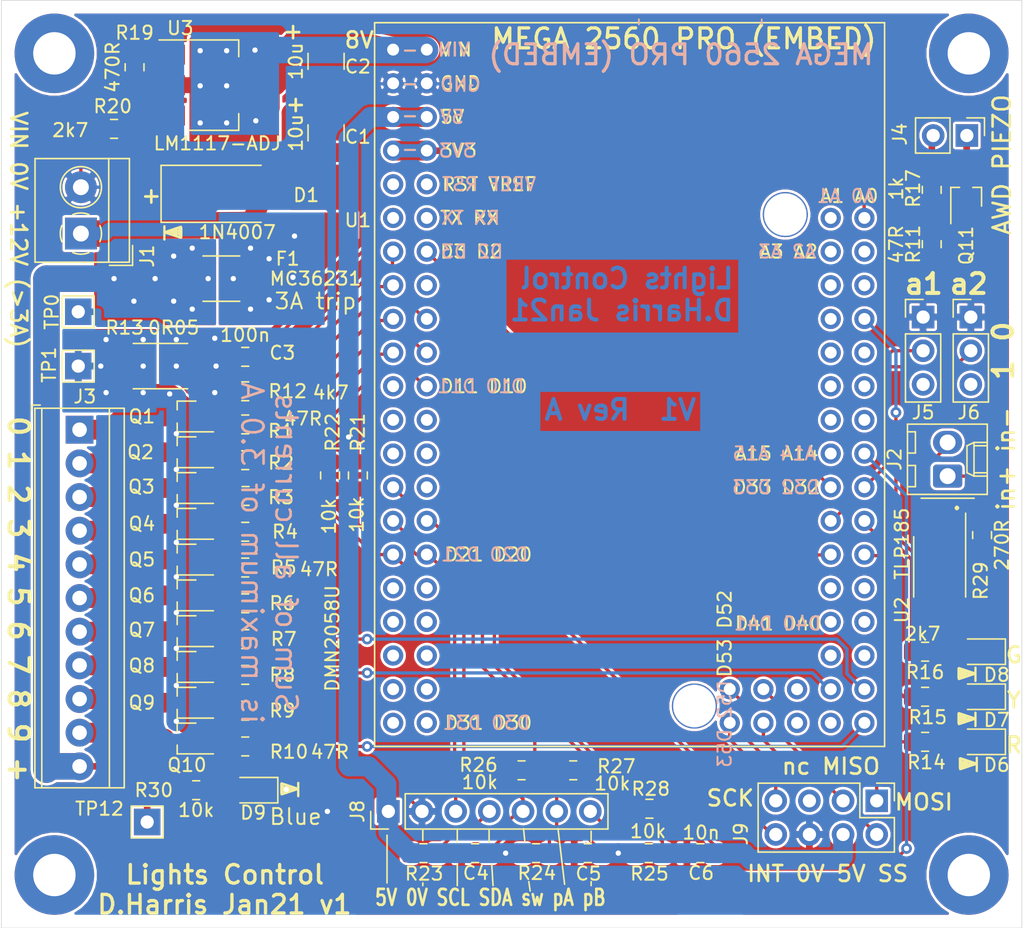
<source format=kicad_pcb>
(kicad_pcb (version 20171130) (host pcbnew 5.1.5+dfsg1-2build2)
  (layers (0 F.Cu signal) (31 B.Cu signal) (34 B.Paste user) (35 F.Paste user) (36 B.SilkS user) (37 F.SilkS user) (38 B.Mask user) (39 F.Mask user) (44 Edge.Cuts user))
  (net 0 "")
  (net 1 GND)
  (net 2 "Net-(C1-Pad1)")
  (net 3 /8V)
  (net 4 /Sense)
  (net 5 /SW)
  (net 6 /PHA)
  (net 7 /PHB)
  (net 8 /12V)
  (net 9 /red)
  (net 10 /yel)
  (net 11 /grn)
  (net 12 /blue)
  (net 13 +12V)
  (net 14 /In-)
  (net 15 /In+)
  (net 16 /LED9)
  (net 17 /LED8)
  (net 18 /LED7)
  (net 19 /LED6)
  (net 20 /LED5)
  (net 21 /LED4)
  (net 22 /LED3)
  (net 23 /LED2)
  (net 24 /LED1)
  (net 25 /LED0)
  (net 26 +3V3)
  (net 27 /AWD)
  (net 28 +5V)
  (net 29 /Adr1)
  (net 30 /Adr2)
  (net 31 /phb-)
  (net 32 /pha-)
  (net 33 /sw-)
  (net 34 /SDA)
  (net 35 /SCL)
  (net 36 /SPI_INT)
  (net 37 /SPI_SCK)
  (net 38 /SPI_MISO)
  (net 39 /SPI_SS)
  (net 40 /SPI_MOSI)
  (net 41 /senseR)
  (net 42 /Q1g)
  (net 43 /Q2g)
  (net 44 /Q3g)
  (net 45 /Q4g)
  (net 46 /Q5g)
  (net 47 /Q6g)
  (net 48 /Q7g)
  (net 49 /Q8g)
  (net 50 /Q9g)
  (net 51 /Q10g)
  (net 52 /Q11g)
  (net 53 /PWM0)
  (net 54 /PWM1)
  (net 55 /PWM2)
  (net 56 /PWM3)
  (net 57 /PWM4)
  (net 58 /PWM5)
  (net 59 /PWM6)
  (net 60 /PWM7)
  (net 61 /PWM8)
  (net 62 /PWM9)
  (net 63 /AWDsig)
  (net 64 /LEDred)
  (net 65 /LEDyel)
  (net 66 /LEDgrn)
  (net 67 "Net-(R19-Pad1)")
  (net 68 /Opto)
  (net 69 /Input)
  (module Package_TO_SOT_SMD:SOT-223-3_TabPin2 (layer F.Cu) (at 65 78.4)
    (fp_text reference U3 (at -2.5 -4.3) (layer F.SilkS))
    (fp_text value LM1117-ADJ (at 0.3 4.4) (layer F.SilkS))
    (pad 1 smd rect (at -3.15 -2.3) (size 2 1.5) (layers F.Cu F.Paste F.Mask) (net 67 "Net-(R19-Pad1)"))
    (pad 3 smd rect (at -3.15 2.3) (size 2 1.5) (layers F.Cu F.Paste F.Mask) (net 2 "Net-(C1-Pad1)"))
    (pad 2 smd rect (at -3.15 0) (size 2 1.5) (layers F.Cu F.Paste F.Mask) (net 3 /8V))
    (pad 2 smd rect (at 3.15 0) (size 2 3.8) (layers F.Cu F.Paste F.Mask) (net 3 /8V))
  )
  (module Package_SO:SOIC-4_4.55x3.7mm_P2.54mm (layer F.Cu) (at 119.8 114.75 270)
    (fp_text reference U2 (at 3.25 2.85 90) (layer F.SilkS))
    (fp_text value TLP185 (at -1.75 2.85 90) (layer F.SilkS))
    (pad 6 smd roundrect (at 3.25 -1.27 270) (size 1.6 0.55) (layers F.Cu F.Paste F.Mask) (net 69 /Input))
    (pad 4 smd roundrect (at 3.25 1.27 270) (size 1.6 0.55) (layers F.Cu F.Paste F.Mask) (net 1 GND))
    (pad 3 smd roundrect (at -3.25 1.27 270) (size 1.6 0.55) (layers F.Cu F.Paste F.Mask) (net 14 /In-))
    (pad 1 smd roundrect (at -3.25 -1.27 270) (size 1.6 0.55) (layers F.Cu F.Paste F.Mask) (net 68 /Opto))
  )
  (module "DHlibrary:MEGA_2560_PRO(EMBED)" (layer F.Cu) (at 93.8 93.5)
    (fp_text reference U1 (at -17.9 -4.9) (layer F.SilkS))
    (fp_text value MEGA_PRO_EMBED_CH340G___ATMEGA2560 hide)
    (fp_text user - (at -13.97 -10.287) (layer F.SilkS))
    (fp_text user - (at -13.97 -12.827) (layer F.SilkS))
    (fp_text user - (at -13.97 -15.24) (layer F.SilkS))
    (fp_text user - (at -13.97 -17.78) (layer F.SilkS))
    (fp_text user "A1 A0" (at 19.177 -6.731) (layer F.SilkS))
    (fp_text user "D53 D52" (at 9.779 26.289 -90) (layer F.SilkS))
    (fp_text user "D41 D40" (at 13.843 25.527) (layer F.SilkS))
    (fp_text user "D33 D32" (at 13.716 15.24) (layer F.SilkS))
    (fp_text user "A15 A14" (at 13.716 12.7) (layer F.SilkS))
    (fp_text user "A3 A2" (at 14.605 -2.54) (layer F.SilkS))
    (fp_text user "D52 D53" (at 9.779 29.718 -90) (layer B.SilkS) (effects (justify left mirror)))
    (fp_text user "D40 D41" (at 17.145 25.527) (layer B.SilkS) (effects (justify left mirror)))
    (fp_text user "A14 A15" (at 16.764 12.7) (layer B.SilkS) (effects (justify left mirror)))
    (fp_text user "A0 A1" (at 21.209 -6.731) (layer B.SilkS) (effects (justify left mirror)))
    (fp_text user "A2 A3" (at 16.764 -2.54) (layer B.SilkS) (effects (justify left mirror)))
    (fp_text user "D32 D33" (at 17.018 15.24) (layer B.SilkS) (effects (justify left mirror)))
    (fp_text user - (at -13.97 -10.287) (layer B.SilkS))
    (fp_text user - (at -13.97 -12.827) (layer B.SilkS))
    (fp_text user - (at -13.97 -15.24) (layer B.SilkS))
    (fp_text user - (at -13.97 -17.78) (layer B.SilkS))
    (fp_text user "D2 D3" (at -9.271 -2.54) (layer B.SilkS) (effects (justify mirror)))
    (fp_text user "RX TX" (at -9.398 -5.08) (layer B.SilkS) (effects (justify mirror)))
    (fp_text user 3V3 (at -10.414 -10.16) (layer B.SilkS) (effects (justify mirror)))
    (fp_text user "D10 D11" (at -8.636 7.62) (layer B.SilkS) (effects (justify mirror)))
    (fp_text user "D20 D21" (at -4.953 20.32) (layer B.SilkS) (effects (justify left mirror)))
    (fp_text user VIN (at -10.668 -17.78) (layer B.SilkS) (effects (justify mirror)))
    (fp_text user "VREF RST" (at -8.001 -7.62) (layer B.SilkS) (effects (justify mirror)))
    (fp_text user GND (at -10.16 -15.113) (layer B.SilkS) (effects (justify mirror)))
    (fp_text user 5V (at -10.795 -12.7) (layer B.SilkS) (effects (justify mirror)))
    (fp_text user "MEGA 2560 PRO (EMBED)" (at 6.477 -17.399) (layer B.SilkS) (effects (font (size 1.5 1.5) (thickness 0.25)) (justify mirror)))
    (fp_text user "D30 D31" (at -4.826 33.02) (layer B.SilkS) (effects (justify left mirror)))
    (fp_text user "MEGA 2560 PRO (EMBED)" (at 6.7 -18.6 180) (layer F.SilkS) (effects (font (size 1.5 1.5) (thickness 0.25))))
    (fp_text user "D31 D30" (at -11.43 33.02) (layer F.SilkS) (effects (justify left)))
    (fp_text user "D21 D20" (at -11.43 20.32) (layer F.SilkS) (effects (justify left)))
    (fp_text user "D11 D10" (at -8.398095 7.62) (layer F.SilkS))
    (fp_text user "D3 D2" (at -9.350476 -2.54) (layer F.SilkS))
    (fp_text user "TX RX" (at -9.469524 -5.08) (layer F.SilkS))
    (fp_text user "RST VREF" (at -7.993333 -7.62) (layer F.SilkS))
    (fp_text user 3V3 (at -10.302857 -10.16) (layer F.SilkS))
    (fp_text user 5V (at -10.779047 -12.7) (layer F.SilkS))
    (fp_text user GND (at -10.16 -15.24) (layer F.SilkS))
    (fp_text user VIN (at -10.493333 -17.78) (layer F.SilkS))
    (pad 82 thru_hole circle (at 14.351 -5.334) (size 3.4 3.4) (drill 3.2) (layers *.Cu *.Mask))
    (pad 81 thru_hole circle (at 7.493 31.75) (size 3.4 3.4) (drill 3.2) (layers *.Cu *.Mask))
    (pad 80 thru_hole circle (at 20.32 -5.08) (size 1.524 1.524) (drill 0.9) (layers *.Cu *.Mask) (net 4 /Sense))
    (pad 79 thru_hole circle (at 17.78 -5.08) (size 1.524 1.524) (drill 0.9) (layers *.Cu *.Mask))
    (pad 78 thru_hole circle (at 20.32 -2.54) (size 1.524 1.524) (drill 0.9) (layers *.Cu *.Mask))
    (pad 77 thru_hole circle (at 17.78 -2.54) (size 1.524 1.524) (drill 0.9) (layers *.Cu *.Mask))
    (pad 76 thru_hole circle (at 20.32 0) (size 1.524 1.524) (drill 0.9) (layers *.Cu *.Mask))
    (pad 75 thru_hole circle (at 17.78 0) (size 1.524 1.524) (drill 0.9) (layers *.Cu *.Mask))
    (pad 74 thru_hole circle (at 20.32 2.54) (size 1.524 1.524) (drill 0.9) (layers *.Cu *.Mask) (net 69 /Input))
    (pad 73 thru_hole circle (at 17.78 2.54) (size 1.524 1.524) (drill 0.9) (layers *.Cu *.Mask))
    (pad 72 thru_hole circle (at 20.32 5.08) (size 1.524 1.524) (drill 0.9) (layers *.Cu *.Mask))
    (pad 71 thru_hole circle (at 17.78 5.08) (size 1.524 1.524) (drill 0.9) (layers *.Cu *.Mask))
    (pad 70 thru_hole circle (at 20.32 7.62) (size 1.524 1.524) (drill 0.9) (layers *.Cu *.Mask))
    (pad 69 thru_hole circle (at 17.78 7.62) (size 1.524 1.524) (drill 0.9) (layers *.Cu *.Mask))
    (pad 68 thru_hole circle (at 20.32 10.16) (size 1.524 1.524) (drill 0.9) (layers *.Cu *.Mask))
    (pad 67 thru_hole circle (at 17.78 10.16) (size 1.524 1.524) (drill 0.9) (layers *.Cu *.Mask))
    (pad 66 thru_hole circle (at 20.32 12.7) (size 1.524 1.524) (drill 0.9) (layers *.Cu *.Mask) (net 12 /blue))
    (pad 65 thru_hole circle (at 17.78 12.7) (size 1.524 1.524) (drill 0.9) (layers *.Cu *.Mask))
    (pad 64 thru_hole circle (at 20.32 15.24) (size 1.524 1.524) (drill 0.9) (layers *.Cu *.Mask) (net 30 /Adr2))
    (pad 63 thru_hole circle (at 17.78 15.24) (size 1.524 1.524) (drill 0.9) (layers *.Cu *.Mask) (net 29 /Adr1))
    (pad 62 thru_hole circle (at 20.32 17.78) (size 1.524 1.524) (drill 0.9) (layers *.Cu *.Mask) (net 65 /LEDyel))
    (pad 61 thru_hole circle (at 17.78 17.78) (size 1.524 1.524) (drill 0.9) (layers *.Cu *.Mask) (net 66 /LEDgrn))
    (pad 60 thru_hole circle (at 20.32 20.32) (size 1.524 1.524) (drill 0.9) (layers *.Cu *.Mask) (net 64 /LEDred))
    (pad 59 thru_hole circle (at 17.78 20.32) (size 1.524 1.524) (drill 0.9) (layers *.Cu *.Mask) (net 63 /AWDsig))
    (pad 58 thru_hole circle (at 20.32 22.86) (size 1.524 1.524) (drill 0.9) (layers *.Cu *.Mask))
    (pad 57 thru_hole circle (at 17.78 22.86) (size 1.524 1.524) (drill 0.9) (layers *.Cu *.Mask))
    (pad 56 thru_hole circle (at 20.32 25.4) (size 1.524 1.524) (drill 0.9) (layers *.Cu *.Mask))
    (pad 55 thru_hole circle (at 17.78 25.4) (size 1.524 1.524) (drill 0.9) (layers *.Cu *.Mask))
    (pad 53 thru_hole circle (at 17.78 27.94) (size 1.524 1.524) (drill 0.9) (layers *.Cu *.Mask))
    (pad 54 thru_hole circle (at 20.32 27.94) (size 1.524 1.524) (drill 0.9) (layers *.Cu *.Mask))
    (pad 50 thru_hole circle (at 15.24 30.48) (size 1.524 1.524) (drill 0.9) (layers *.Cu *.Mask))
    (pad 49 thru_hole circle (at 12.7 30.48) (size 1.524 1.524) (drill 0.9) (layers *.Cu *.Mask) (net 40 /SPI_MOSI))
    (pad 48 thru_hole circle (at 10.16 30.48) (size 1.524 1.524) (drill 0.9) (layers *.Cu *.Mask) (net 39 /SPI_SS))
    (pad 52 thru_hole circle (at 20.32 30.48) (size 1.524 1.524) (drill 0.9) (layers *.Cu *.Mask) (net 60 /PWM7))
    (pad 51 thru_hole circle (at 17.78 30.48) (size 1.524 1.524) (drill 0.9) (layers *.Cu *.Mask) (net 61 /PWM8))
    (pad 47 thru_hole circle (at 20.32 33.02) (size 1.524 1.524) (drill 0.9) (layers *.Cu *.Mask) (net 62 /PWM9))
    (pad 46 thru_hole circle (at 17.78 33.02) (size 1.524 1.524) (drill 0.9) (layers *.Cu *.Mask))
    (pad 45 thru_hole circle (at 15.24 33.02) (size 1.524 1.524) (drill 0.9) (layers *.Cu *.Mask))
    (pad 44 thru_hole circle (at 12.7 33.02) (size 1.524 1.524) (drill 0.9) (layers *.Cu *.Mask) (net 38 /SPI_MISO))
    (pad 43 thru_hole circle (at 10.16 33.02) (size 1.524 1.524) (drill 0.9) (layers *.Cu *.Mask) (net 37 /SPI_SCK))
    (pad 42 thru_hole circle (at -12.7 33.02) (size 1.524 1.524) (drill 0.9) (layers *.Cu *.Mask))
    (pad 41 thru_hole circle (at -15.24 33.02) (size 1.524 1.524) (drill 0.9) (layers *.Cu *.Mask))
    (pad 40 thru_hole circle (at -12.7 30.48) (size 1.524 1.524) (drill 0.9) (layers *.Cu *.Mask))
    (pad 39 thru_hole circle (at -15.24 30.48) (size 1.524 1.524) (drill 0.9) (layers *.Cu *.Mask))
    (pad 38 thru_hole circle (at -12.7 27.94) (size 1.524 1.524) (drill 0.9) (layers *.Cu *.Mask))
    (pad 37 thru_hole circle (at -15.24 27.94) (size 1.524 1.524) (drill 0.9) (layers *.Cu *.Mask))
    (pad 36 thru_hole circle (at -12.7 25.4) (size 1.524 1.524) (drill 0.9) (layers *.Cu *.Mask))
    (pad 35 thru_hole circle (at -15.24 25.4) (size 1.524 1.524) (drill 0.9) (layers *.Cu *.Mask))
    (pad 34 thru_hole circle (at -12.7 22.86) (size 1.524 1.524) (drill 0.9) (layers *.Cu *.Mask))
    (pad 33 thru_hole circle (at -15.24 22.86) (size 1.524 1.524) (drill 0.9) (layers *.Cu *.Mask))
    (pad 32 thru_hole circle (at -12.7 20.32) (size 1.524 1.524) (drill 0.9) (layers *.Cu *.Mask) (net 35 /SCL))
    (pad 31 thru_hole circle (at -15.24 20.32) (size 1.524 1.524) (drill 0.9) (layers *.Cu *.Mask) (net 34 /SDA))
    (pad 30 thru_hole circle (at -12.7 17.78) (size 1.524 1.524) (drill 0.9) (layers *.Cu *.Mask) (net 6 /PHA))
    (pad 29 thru_hole circle (at -15.24 17.78) (size 1.524 1.524) (drill 0.9) (layers *.Cu *.Mask) (net 5 /SW))
    (pad 28 thru_hole circle (at -12.7 15.24) (size 1.524 1.524) (drill 0.9) (layers *.Cu *.Mask))
    (pad 27 thru_hole circle (at -15.24 15.24) (size 1.524 1.524) (drill 0.9) (layers *.Cu *.Mask) (net 7 /PHB))
    (pad 26 thru_hole circle (at -12.7 12.7) (size 1.524 1.524) (drill 0.9) (layers *.Cu *.Mask))
    (pad 25 thru_hole circle (at -15.24 12.7) (size 1.524 1.524) (drill 0.9) (layers *.Cu *.Mask))
    (pad 24 thru_hole circle (at -12.7 10.16) (size 1.524 1.524) (drill 0.9) (layers *.Cu *.Mask))
    (pad 23 thru_hole circle (at -15.24 10.16) (size 1.524 1.524) (drill 0.9) (layers *.Cu *.Mask))
    (pad 22 thru_hole circle (at -12.7 7.62) (size 1.524 1.524) (drill 0.9) (layers *.Cu *.Mask) (net 59 /PWM6))
    (pad 21 thru_hole circle (at -15.24 7.62) (size 1.524 1.524) (drill 0.9) (layers *.Cu *.Mask))
    (pad 20 thru_hole circle (at -12.7 5.08) (size 1.524 1.524) (drill 0.9) (layers *.Cu *.Mask) (net 57 /PWM4))
    (pad 19 thru_hole circle (at -15.24 5.08) (size 1.524 1.524) (drill 0.9) (layers *.Cu *.Mask) (net 58 /PWM5))
    (pad 18 thru_hole circle (at -12.7 2.54) (size 1.524 1.524) (drill 0.9) (layers *.Cu *.Mask) (net 55 /PWM2))
    (pad 17 thru_hole circle (at -15.24 2.54) (size 1.524 1.524) (drill 0.9) (layers *.Cu *.Mask) (net 56 /PWM3))
    (pad 16 thru_hole circle (at -12.7 0) (size 1.524 1.524) (drill 0.9) (layers *.Cu *.Mask))
    (pad 15 thru_hole circle (at -15.24 0) (size 1.524 1.524) (drill 0.9) (layers *.Cu *.Mask) (net 54 /PWM1))
    (pad 14 thru_hole circle (at -12.7 -2.54) (size 1.524 1.524) (drill 0.9) (layers *.Cu *.Mask) (net 36 /SPI_INT))
    (pad 13 thru_hole circle (at -15.24 -2.54) (size 1.524 1.524) (drill 0.9) (layers *.Cu *.Mask) (net 53 /PWM0))
    (pad 12 thru_hole circle (at -12.7 -5.08) (size 1.524 1.524) (drill 0.9) (layers *.Cu *.Mask))
    (pad 11 thru_hole circle (at -15.24 -5.08) (size 1.524 1.524) (drill 0.9) (layers *.Cu *.Mask))
    (pad 10 thru_hole circle (at -12.7 -7.62) (size 1.524 1.524) (drill 0.9) (layers *.Cu *.Mask))
    (pad 9 thru_hole circle (at -15.24 -7.62) (size 1.524 1.524) (drill 0.9) (layers *.Cu *.Mask))
    (pad 8 thru_hole circle (at -12.7 -10.16) (size 1.524 1.524) (drill 0.9) (layers *.Cu *.Mask) (net 26 +3V3))
    (pad 7 thru_hole circle (at -15.24 -10.16) (size 1.524 1.524) (drill 0.9) (layers *.Cu *.Mask) (net 26 +3V3))
    (pad 6 thru_hole circle (at -12.7 -12.7) (size 1.524 1.524) (drill 0.9) (layers *.Cu *.Mask) (net 28 +5V))
    (pad 5 thru_hole circle (at -15.24 -12.7) (size 1.524 1.524) (drill 0.9) (layers *.Cu *.Mask) (net 28 +5V))
    (pad 4 thru_hole circle (at -12.7 -15.24) (size 1.524 1.524) (drill 0.9) (layers *.Cu *.Mask) (net 1 GND))
    (pad 3 thru_hole circle (at -15.24 -15.24) (size 1.524 1.524) (drill 0.9) (layers *.Cu *.Mask) (net 1 GND))
    (pad 2 thru_hole circle (at -12.7 -17.78) (size 1.524 1.524) (drill 0.9) (layers *.Cu *.Mask) (net 3 /8V))
    (pad 1 thru_hole circle (at -15.24 -17.78) (size 1.524 1.524) (drill 0.9) (layers *.Cu *.Mask) (net 3 /8V))
  )
  (module TestPoint:TestPoint_THTPad_2.0x2.0mm_Drill1.0mm (layer F.Cu) (at 60 134)
    (fp_text reference TP12 (at -3.6 -1) (layer F.SilkS))
    (fp_text value TestPoint hide)
    (pad 1 thru_hole rect (at 0 0) (size 2 2) (drill 1) (layers *.Cu *.Mask) (net 13 +12V))
  )
  (module TestPoint:TestPoint_THTPad_2.0x2.0mm_Drill1.0mm (layer F.Cu) (at 54.8 99.6 90)
    (fp_text reference TP1 (at 0.1 -2.2 -90) (layer F.SilkS))
    (fp_text value TestPoint hide)
    (pad 1 thru_hole rect (at 0 0 90) (size 2 2) (drill 1) (layers *.Cu *.Mask) (net 41 /senseR))
  )
  (module TestPoint:TestPoint_THTPad_2.0x2.0mm_Drill1.0mm (layer F.Cu) (at 54.8 95.5 90)
    (fp_text reference TP0 (at 0 -1.998 -90) (layer F.SilkS))
    (fp_text value TestPoint hide)
    (pad 1 thru_hole rect (at 0 0 90) (size 2 2) (drill 1) (layers *.Cu *.Mask) (net 1 GND))
  )
  (module Resistor_SMD:R_0805_2012Metric_Pad1.15x1.40mm_HandSolder (layer F.Cu) (at 63.7 131.6)
    (fp_text reference R30 (at -3.2 0) (layer F.SilkS))
    (fp_text value 10k (at 0 1.5) (layer F.SilkS))
    (pad 2 smd roundrect (at 1.025 0) (size 1.15 1.4) (layers F.Cu F.Paste F.Mask) (roundrect_rratio 0.217391) (net 12 /blue))
    (pad 1 smd roundrect (at -1.025 0) (size 1.15 1.4) (layers F.Cu F.Paste F.Mask) (roundrect_rratio 0.217391) (net 13 +12V))
  )
  (module Resistor_SMD:R_0805_2012Metric_Pad1.15x1.40mm_HandSolder (layer F.Cu) (at 123 112.35 270)
    (fp_text reference R29 (at 3.45 0.1 90) (layer F.SilkS))
    (fp_text value 270R (at 0.75 -1.5 90) (layer F.SilkS))
    (pad 2 smd roundrect (at 1.025 0 270) (size 1.15 1.4) (layers F.Cu F.Paste F.Mask) (roundrect_rratio 0.217391) (net 68 /Opto))
    (pad 1 smd roundrect (at -1.025 0 270) (size 1.15 1.4) (layers F.Cu F.Paste F.Mask) (roundrect_rratio 0.217391) (net 15 /In+))
  )
  (module Resistor_SMD:R_0805_2012Metric_Pad1.15x1.40mm_HandSolder (layer F.Cu) (at 97.9 133)
    (fp_text reference R28 (at 0.1 -1.5) (layer F.SilkS))
    (fp_text value 10k hide)
    (pad 2 smd roundrect (at 1.025 0) (size 1.15 1.4) (layers F.Cu F.Paste F.Mask) (roundrect_rratio 0.217391) (net 7 /PHB))
    (pad 1 smd roundrect (at -1.025 0) (size 1.15 1.4) (layers F.Cu F.Paste F.Mask) (roundrect_rratio 0.217391) (net 31 /phb-))
  )
  (module Resistor_SMD:R_0805_2012Metric_Pad1.15x1.40mm_HandSolder (layer F.Cu) (at 92.15 130.1)
    (fp_text reference R27 (at 3.25 -0.3) (layer F.SilkS))
    (fp_text value 10k (at 2.95 1) (layer F.SilkS))
    (pad 2 smd roundrect (at 1.025 0) (size 1.15 1.4) (layers F.Cu F.Paste F.Mask) (roundrect_rratio 0.217391) (net 6 /PHA))
    (pad 1 smd roundrect (at -1.025 0) (size 1.15 1.4) (layers F.Cu F.Paste F.Mask) (roundrect_rratio 0.217391) (net 32 /pha-))
  )
  (module Resistor_SMD:R_0805_2012Metric_Pad1.15x1.40mm_HandSolder (layer F.Cu) (at 88.25 130.1)
    (fp_text reference R26 (at -3.25 -0.4) (layer F.SilkS))
    (fp_text value 10k (at -3.15 0.9) (layer F.SilkS))
    (pad 2 smd roundrect (at 1.025 0) (size 1.15 1.4) (layers F.Cu F.Paste F.Mask) (roundrect_rratio 0.217391) (net 5 /SW))
    (pad 1 smd roundrect (at -1.025 0) (size 1.15 1.4) (layers F.Cu F.Paste F.Mask) (roundrect_rratio 0.217391) (net 33 /sw-))
  )
  (module Resistor_SMD:R_0805_2012Metric_Pad1.15x1.40mm_HandSolder (layer F.Cu) (at 97.85 136.35 180)
    (fp_text reference R25 (at -0.05 -1.55) (layer F.SilkS))
    (fp_text value 10k (at 0.05 1.65) (layer F.SilkS))
    (pad 2 smd roundrect (at 1.025 0 180) (size 1.15 1.4) (layers F.Cu F.Paste F.Mask) (roundrect_rratio 0.217391) (net 28 +5V))
    (pad 1 smd roundrect (at -1.025 0 180) (size 1.15 1.4) (layers F.Cu F.Paste F.Mask) (roundrect_rratio 0.217391) (net 31 /phb-))
  )
  (module Resistor_SMD:R_0805_2012Metric_Pad1.15x1.40mm_HandSolder (layer F.Cu) (at 89.35 136.35 180)
    (fp_text reference R24 (at -0.05 -1.5) (layer F.SilkS))
    (fp_text value 10k hide)
    (pad 2 smd roundrect (at 1.025 0 180) (size 1.15 1.4) (layers F.Cu F.Paste F.Mask) (roundrect_rratio 0.217391) (net 28 +5V))
    (pad 1 smd roundrect (at -1.025 0 180) (size 1.15 1.4) (layers F.Cu F.Paste F.Mask) (roundrect_rratio 0.217391) (net 32 /pha-))
  )
  (module Resistor_SMD:R_0805_2012Metric_Pad1.15x1.40mm_HandSolder (layer F.Cu) (at 80.85 136.35 180)
    (fp_text reference R23 (at -0.05 -1.55) (layer F.SilkS))
    (fp_text value 10k hide)
    (pad 2 smd roundrect (at 1.025 0 180) (size 1.15 1.4) (layers F.Cu F.Paste F.Mask) (roundrect_rratio 0.217391) (net 28 +5V))
    (pad 1 smd roundrect (at -1.025 0 180) (size 1.15 1.4) (layers F.Cu F.Paste F.Mask) (roundrect_rratio 0.217391) (net 33 /sw-))
  )
  (module Resistor_SMD:R_0805_2012Metric_Pad1.15x1.40mm_HandSolder (layer F.Cu) (at 73.8 107.85 90)
    (fp_text reference R22 (at 3.25 0.2 90) (layer F.SilkS))
    (fp_text value 10k (at -3.0845 -0.0765 90) (layer F.SilkS))
    (pad 2 smd roundrect (at 1.025 0 90) (size 1.15 1.4) (layers F.Cu F.Paste F.Mask) (roundrect_rratio 0.217391) (net 28 +5V))
    (pad 1 smd roundrect (at -1.025 0 90) (size 1.15 1.4) (layers F.Cu F.Paste F.Mask) (roundrect_rratio 0.217391) (net 34 /SDA))
  )
  (module Resistor_SMD:R_0805_2012Metric_Pad1.15x1.40mm_HandSolder (layer F.Cu) (at 75.9 107.85 90)
    (fp_text reference R21 (at 3.25 0 90) (layer F.SilkS))
    (fp_text value 10k (at -2.9575 -0.081 90) (layer F.SilkS))
    (pad 2 smd roundrect (at 1.025 0 90) (size 1.15 1.4) (layers F.Cu F.Paste F.Mask) (roundrect_rratio 0.217391) (net 28 +5V))
    (pad 1 smd roundrect (at -1.025 0 90) (size 1.15 1.4) (layers F.Cu F.Paste F.Mask) (roundrect_rratio 0.217391) (net 35 /SCL))
  )
  (module Resistor_SMD:R_0805_2012Metric_Pad1.15x1.40mm_HandSolder (layer F.Cu) (at 57.5 81.7)
    (fp_text reference R20 (at -0.1 -1.7) (layer F.SilkS))
    (fp_text value 2k7 (at -3.3 0.1) (layer F.SilkS))
    (pad 2 smd roundrect (at 1.025 0) (size 1.15 1.4) (layers F.Cu F.Paste F.Mask) (roundrect_rratio 0.217391) (net 67 "Net-(R19-Pad1)"))
    (pad 1 smd roundrect (at -1.025 0) (size 1.15 1.4) (layers F.Cu F.Paste F.Mask) (roundrect_rratio 0.217391) (net 1 GND))
  )
  (module Resistor_SMD:R_0805_2012Metric_Pad1.15x1.40mm_HandSolder (layer F.Cu) (at 59.05 77.05 270)
    (fp_text reference R19 (at -2.6 0) (layer F.SilkS))
    (fp_text value 470R (at 0 1.65 90) (layer F.SilkS))
    (pad 2 smd roundrect (at 1.025 0 270) (size 1.15 1.4) (layers F.Cu F.Paste F.Mask) (roundrect_rratio 0.217391) (net 3 /8V))
    (pad 1 smd roundrect (at -1.025 0 270) (size 1.15 1.4) (layers F.Cu F.Paste F.Mask) (roundrect_rratio 0.217391) (net 67 "Net-(R19-Pad1)"))
  )
  (module Resistor_SMD:R_0805_2012Metric_Pad1.15x1.40mm_HandSolder (layer F.Cu) (at 119.2 86.3 90)
    (fp_text reference R17 (at 0.1 -1.4 90) (layer F.SilkS))
    (fp_text value 1k (at 0.1 -2.6775 90) (layer F.SilkS))
    (pad 2 smd roundrect (at 1.025 0 90) (size 1.15 1.4) (layers F.Cu F.Paste F.Mask) (roundrect_rratio 0.217391) (net 26 +3V3))
    (pad 1 smd roundrect (at -1.025 0 90) (size 1.15 1.4) (layers F.Cu F.Paste F.Mask) (roundrect_rratio 0.217391) (net 27 /AWD))
  )
  (module Resistor_SMD:R_0805_2012Metric_Pad1.15x1.40mm_HandSolder (layer F.Cu) (at 118.7 121.15)
    (fp_text reference R16 (at 0 1.55) (layer F.SilkS))
    (fp_text value 2k7 (at -0.2 -1.35) (layer F.SilkS))
    (pad 2 smd roundrect (at 1.025 0) (size 1.15 1.4) (layers F.Cu F.Paste F.Mask) (roundrect_rratio 0.217391) (net 11 /grn))
    (pad 1 smd roundrect (at -1.025 0) (size 1.15 1.4) (layers F.Cu F.Paste F.Mask) (roundrect_rratio 0.217391) (net 66 /LEDgrn))
  )
  (module Resistor_SMD:R_0805_2012Metric_Pad1.15x1.40mm_HandSolder (layer F.Cu) (at 118.7 124.55)
    (fp_text reference R15 (at 0.2 1.55) (layer F.SilkS))
    (fp_text value 2k7 hide)
    (pad 2 smd roundrect (at 1.025 0) (size 1.15 1.4) (layers F.Cu F.Paste F.Mask) (roundrect_rratio 0.217391) (net 10 /yel))
    (pad 1 smd roundrect (at -1.025 0) (size 1.15 1.4) (layers F.Cu F.Paste F.Mask) (roundrect_rratio 0.217391) (net 65 /LEDyel))
  )
  (module Resistor_SMD:R_0805_2012Metric_Pad1.15x1.40mm_HandSolder (layer F.Cu) (at 118.7 127.95)
    (fp_text reference R14 (at 0.1 1.55) (layer F.SilkS))
    (fp_text value 2k7 hide)
    (pad 2 smd roundrect (at 1.025 0) (size 1.15 1.4) (layers F.Cu F.Paste F.Mask) (roundrect_rratio 0.217391) (net 9 /red))
    (pad 1 smd roundrect (at -1.025 0) (size 1.15 1.4) (layers F.Cu F.Paste F.Mask) (roundrect_rratio 0.217391) (net 64 /LEDred))
  )
  (module Resistor_SMD:R_2512_6332Metric_Pad1.52x3.35mm_HandSolder (layer F.Cu) (at 61 99.6)
    (fp_text reference R13 (at -2.7 -2.9) (layer F.SilkS))
    (fp_text value 0R05 (at 1 -2.9) (layer F.SilkS))
    (pad 2 smd roundrect (at 2.9875 0) (size 1.525 3.35) (layers F.Cu F.Paste F.Mask) (roundrect_rratio 0.163934) (net 1 GND))
    (pad 1 smd roundrect (at -2.9875 0) (size 1.525 3.35) (layers F.Cu F.Paste F.Mask) (roundrect_rratio 0.163934) (net 41 /senseR))
  )
  (module Resistor_SMD:R_0805_2012Metric_Pad1.15x1.40mm_HandSolder (layer F.Cu) (at 67.4 101.5 180)
    (fp_text reference R12 (at -3.2 0) (layer F.SilkS))
    (fp_text value 4k7 (at -6.4505 -0.1) (layer F.SilkS))
    (pad 2 smd roundrect (at 1.025 0 180) (size 1.15 1.4) (layers F.Cu F.Paste F.Mask) (roundrect_rratio 0.217391) (net 41 /senseR))
    (pad 1 smd roundrect (at -1.025 0 180) (size 1.15 1.4) (layers F.Cu F.Paste F.Mask) (roundrect_rratio 0.217391) (net 4 /Sense))
  )
  (module Resistor_SMD:R_0805_2012Metric_Pad1.15x1.40mm_HandSolder (layer F.Cu) (at 119.2 90.4 90)
    (fp_text reference R11 (at 0 -1.4 90) (layer F.SilkS))
    (fp_text value 47R (at -0.024 -2.6775 90) (layer F.SilkS))
    (pad 2 smd roundrect (at 1.025 0 90) (size 1.15 1.4) (layers F.Cu F.Paste F.Mask) (roundrect_rratio 0.217391) (net 52 /Q11g))
    (pad 1 smd roundrect (at -1.025 0 90) (size 1.15 1.4) (layers F.Cu F.Paste F.Mask) (roundrect_rratio 0.217391) (net 63 /AWDsig))
  )
  (module Resistor_SMD:R_0805_2012Metric_Pad1.15x1.40mm_HandSolder (layer F.Cu) (at 67.4 128.3 180)
    (fp_text reference R10 (at -3.3 -0.4) (layer F.SilkS))
    (fp_text value 47R (at -6.387 -0.4145) (layer F.SilkS))
    (pad 2 smd roundrect (at 1.025 0 180) (size 1.15 1.4) (layers F.Cu F.Paste F.Mask) (roundrect_rratio 0.217391) (net 51 /Q10g))
    (pad 1 smd roundrect (at -1.025 0 180) (size 1.15 1.4) (layers F.Cu F.Paste F.Mask) (roundrect_rratio 0.217391) (net 62 /PWM9))
  )
  (module Resistor_SMD:R_0805_2012Metric_Pad1.15x1.40mm_HandSolder (layer F.Cu) (at 67.4 125.6 180)
    (fp_text reference R9 (at -2.8 0) (layer F.SilkS))
    (fp_text value 47R hide)
    (pad 2 smd roundrect (at 1.025 0 180) (size 1.15 1.4) (layers F.Cu F.Paste F.Mask) (roundrect_rratio 0.217391) (net 50 /Q9g))
    (pad 1 smd roundrect (at -1.025 0 180) (size 1.15 1.4) (layers F.Cu F.Paste F.Mask) (roundrect_rratio 0.217391) (net 61 /PWM8))
  )
  (module Resistor_SMD:R_0805_2012Metric_Pad1.15x1.40mm_HandSolder (layer F.Cu) (at 67.4 122.9 180)
    (fp_text reference R8 (at -2.8 0) (layer F.SilkS))
    (fp_text value 47R hide)
    (pad 2 smd roundrect (at 1.025 0 180) (size 1.15 1.4) (layers F.Cu F.Paste F.Mask) (roundrect_rratio 0.217391) (net 49 /Q8g))
    (pad 1 smd roundrect (at -1.025 0 180) (size 1.15 1.4) (layers F.Cu F.Paste F.Mask) (roundrect_rratio 0.217391) (net 60 /PWM7))
  )
  (module Resistor_SMD:R_0805_2012Metric_Pad1.15x1.40mm_HandSolder (layer F.Cu) (at 67.4 120.2 180)
    (fp_text reference R7 (at -2.9 0) (layer F.SilkS))
    (fp_text value 47R hide)
    (pad 2 smd roundrect (at 1.025 0 180) (size 1.15 1.4) (layers F.Cu F.Paste F.Mask) (roundrect_rratio 0.217391) (net 48 /Q7g))
    (pad 1 smd roundrect (at -1.025 0 180) (size 1.15 1.4) (layers F.Cu F.Paste F.Mask) (roundrect_rratio 0.217391) (net 59 /PWM6))
  )
  (module Resistor_SMD:R_0805_2012Metric_Pad1.15x1.40mm_HandSolder (layer F.Cu) (at 67.4 117.5 180)
    (fp_text reference R6 (at -2.8 0) (layer F.SilkS))
    (fp_text value 47R hide)
    (pad 2 smd roundrect (at 1.025 0 180) (size 1.15 1.4) (layers F.Cu F.Paste F.Mask) (roundrect_rratio 0.217391) (net 47 /Q6g))
    (pad 1 smd roundrect (at -1.025 0 180) (size 1.15 1.4) (layers F.Cu F.Paste F.Mask) (roundrect_rratio 0.217391) (net 58 /PWM5))
  )
  (module Resistor_SMD:R_0805_2012Metric_Pad1.15x1.40mm_HandSolder (layer F.Cu) (at 67.4 114.8 180)
    (fp_text reference R5 (at -2.9 0) (layer F.SilkS))
    (fp_text value 47R (at -5.5615 -0.135) (layer F.SilkS))
    (pad 2 smd roundrect (at 1.025 0 180) (size 1.15 1.4) (layers F.Cu F.Paste F.Mask) (roundrect_rratio 0.217391) (net 46 /Q5g))
    (pad 1 smd roundrect (at -1.025 0 180) (size 1.15 1.4) (layers F.Cu F.Paste F.Mask) (roundrect_rratio 0.217391) (net 57 /PWM4))
  )
  (module Resistor_SMD:R_0805_2012Metric_Pad1.15x1.40mm_HandSolder (layer F.Cu) (at 67.4 112.1 180)
    (fp_text reference R4 (at -3 0) (layer F.SilkS))
    (fp_text value 47R hide)
    (pad 2 smd roundrect (at 1.025 0 180) (size 1.15 1.4) (layers F.Cu F.Paste F.Mask) (roundrect_rratio 0.217391) (net 45 /Q4g))
    (pad 1 smd roundrect (at -1.025 0 180) (size 1.15 1.4) (layers F.Cu F.Paste F.Mask) (roundrect_rratio 0.217391) (net 56 /PWM3))
  )
  (module Resistor_SMD:R_0805_2012Metric_Pad1.15x1.40mm_HandSolder (layer F.Cu) (at 67.425 109.4 180)
    (fp_text reference R3 (at -2.675 -0.1) (layer F.SilkS))
    (fp_text value 47R hide)
    (pad 2 smd roundrect (at 1.025 0 180) (size 1.15 1.4) (layers F.Cu F.Paste F.Mask) (roundrect_rratio 0.217391) (net 44 /Q3g))
    (pad 1 smd roundrect (at -1.025 0 180) (size 1.15 1.4) (layers F.Cu F.Paste F.Mask) (roundrect_rratio 0.217391) (net 55 /PWM2))
  )
  (module Resistor_SMD:R_0805_2012Metric_Pad1.15x1.40mm_HandSolder (layer F.Cu) (at 67.4 106.7 180)
    (fp_text reference R2 (at -2.7 -0.2) (layer F.SilkS))
    (fp_text value 47R hide)
    (pad 2 smd roundrect (at 1.025 0 180) (size 1.15 1.4) (layers F.Cu F.Paste F.Mask) (roundrect_rratio 0.217391) (net 43 /Q2g))
    (pad 1 smd roundrect (at -1.025 0 180) (size 1.15 1.4) (layers F.Cu F.Paste F.Mask) (roundrect_rratio 0.217391) (net 54 /PWM1))
  )
  (module Resistor_SMD:R_0805_2012Metric_Pad1.15x1.40mm_HandSolder (layer F.Cu) (at 67.4 104 180)
    (fp_text reference R1 (at -2.7 -0.5) (layer F.SilkS))
    (fp_text value 47R (at -4.355 0.4315) (layer F.SilkS))
    (pad 2 smd roundrect (at 1.025 0 180) (size 1.15 1.4) (layers F.Cu F.Paste F.Mask) (roundrect_rratio 0.217391) (net 42 /Q1g))
    (pad 1 smd roundrect (at -1.025 0 180) (size 1.15 1.4) (layers F.Cu F.Paste F.Mask) (roundrect_rratio 0.217391) (net 53 /PWM0))
  )
  (module Package_TO_SOT_SMD:SOT-323_SC-70_Handsoldering (layer F.Cu) (at 121.8 86.85 90)
    (fp_text reference Q11 (at -3.65 0 90) (layer F.SilkS))
    (fp_text value DMN2058U hide)
    (pad 3 smd rect (at 1.33 0) (size 0.45 1.5) (layers F.Cu F.Paste F.Mask) (net 27 /AWD))
    (pad 2 smd rect (at -1.33 0.65) (size 0.45 1.5) (layers F.Cu F.Paste F.Mask) (net 1 GND))
    (pad 1 smd rect (at -1.33 -0.65) (size 0.45 1.5) (layers F.Cu F.Paste F.Mask) (net 52 /Q11g))
  )
  (module Package_TO_SOT_SMD:SOT-323_SC-70_Handsoldering (layer F.Cu) (at 63 127.7 180)
    (fp_text reference Q10 (at 0 -2) (layer F.SilkS))
    (fp_text value DMN2058U hide)
    (pad 3 smd rect (at 1.33 0 90) (size 0.45 1.5) (layers F.Cu F.Paste F.Mask) (net 16 /LED9))
    (pad 2 smd rect (at -1.33 0.65 90) (size 0.45 1.5) (layers F.Cu F.Paste F.Mask) (net 41 /senseR))
    (pad 1 smd rect (at -1.33 -0.65 90) (size 0.45 1.5) (layers F.Cu F.Paste F.Mask) (net 51 /Q10g))
  )
  (module Package_TO_SOT_SMD:SOT-323_SC-70_Handsoldering (layer F.Cu) (at 63 125 180)
    (fp_text reference Q9 (at 3.4 0) (layer F.SilkS))
    (fp_text value DMN2058U hide)
    (pad 3 smd rect (at 1.33 0 90) (size 0.45 1.5) (layers F.Cu F.Paste F.Mask) (net 17 /LED8))
    (pad 2 smd rect (at -1.33 0.65 90) (size 0.45 1.5) (layers F.Cu F.Paste F.Mask) (net 41 /senseR))
    (pad 1 smd rect (at -1.33 -0.65 90) (size 0.45 1.5) (layers F.Cu F.Paste F.Mask) (net 50 /Q9g))
  )
  (module Package_TO_SOT_SMD:SOT-323_SC-70_Handsoldering (layer F.Cu) (at 63 122.3 180)
    (fp_text reference Q8 (at 3.4 0.1) (layer F.SilkS))
    (fp_text value DMN2058U hide)
    (pad 3 smd rect (at 1.33 0 90) (size 0.45 1.5) (layers F.Cu F.Paste F.Mask) (net 18 /LED7))
    (pad 2 smd rect (at -1.33 0.65 90) (size 0.45 1.5) (layers F.Cu F.Paste F.Mask) (net 41 /senseR))
    (pad 1 smd rect (at -1.33 -0.65 90) (size 0.45 1.5) (layers F.Cu F.Paste F.Mask) (net 49 /Q8g))
  )
  (module Package_TO_SOT_SMD:SOT-323_SC-70_Handsoldering (layer F.Cu) (at 63 119.6 180)
    (fp_text reference Q7 (at 3.4 0.1) (layer F.SilkS))
    (fp_text value DMN2058U hide)
    (pad 3 smd rect (at 1.33 0 90) (size 0.45 1.5) (layers F.Cu F.Paste F.Mask) (net 19 /LED6))
    (pad 2 smd rect (at -1.33 0.65 90) (size 0.45 1.5) (layers F.Cu F.Paste F.Mask) (net 41 /senseR))
    (pad 1 smd rect (at -1.33 -0.65 90) (size 0.45 1.5) (layers F.Cu F.Paste F.Mask) (net 48 /Q7g))
  )
  (module Package_TO_SOT_SMD:SOT-323_SC-70_Handsoldering (layer F.Cu) (at 63 116.9 180)
    (fp_text reference Q6 (at 3.4 0) (layer F.SilkS))
    (fp_text value DMN2058U hide)
    (pad 3 smd rect (at 1.33 0 90) (size 0.45 1.5) (layers F.Cu F.Paste F.Mask) (net 20 /LED5))
    (pad 2 smd rect (at -1.33 0.65 90) (size 0.45 1.5) (layers F.Cu F.Paste F.Mask) (net 41 /senseR))
    (pad 1 smd rect (at -1.33 -0.65 90) (size 0.45 1.5) (layers F.Cu F.Paste F.Mask) (net 47 /Q6g))
  )
  (module Package_TO_SOT_SMD:SOT-323_SC-70_Handsoldering (layer F.Cu) (at 63 114.2 180)
    (fp_text reference Q5 (at 3.4 0) (layer F.SilkS))
    (fp_text value DMN2058U hide)
    (pad 3 smd rect (at 1.33 0 90) (size 0.45 1.5) (layers F.Cu F.Paste F.Mask) (net 21 /LED4))
    (pad 2 smd rect (at -1.33 0.65 90) (size 0.45 1.5) (layers F.Cu F.Paste F.Mask) (net 41 /senseR))
    (pad 1 smd rect (at -1.33 -0.65 90) (size 0.45 1.5) (layers F.Cu F.Paste F.Mask) (net 46 /Q5g))
  )
  (module Package_TO_SOT_SMD:SOT-323_SC-70_Handsoldering (layer F.Cu) (at 63 111.5 180)
    (fp_text reference Q4 (at 3.4 0) (layer F.SilkS))
    (fp_text value DMN2058U hide)
    (pad 3 smd rect (at 1.33 0 90) (size 0.45 1.5) (layers F.Cu F.Paste F.Mask) (net 22 /LED3))
    (pad 2 smd rect (at -1.33 0.65 90) (size 0.45 1.5) (layers F.Cu F.Paste F.Mask) (net 41 /senseR))
    (pad 1 smd rect (at -1.33 -0.65 90) (size 0.45 1.5) (layers F.Cu F.Paste F.Mask) (net 45 /Q4g))
  )
  (module Package_TO_SOT_SMD:SOT-323_SC-70_Handsoldering (layer F.Cu) (at 63 108.8 180)
    (fp_text reference Q3 (at 3.43 0.1) (layer F.SilkS))
    (fp_text value DMN2058U hide)
    (pad 3 smd rect (at 1.33 0 90) (size 0.45 1.5) (layers F.Cu F.Paste F.Mask) (net 23 /LED2))
    (pad 2 smd rect (at -1.33 0.65 90) (size 0.45 1.5) (layers F.Cu F.Paste F.Mask) (net 41 /senseR))
    (pad 1 smd rect (at -1.33 -0.65 90) (size 0.45 1.5) (layers F.Cu F.Paste F.Mask) (net 44 /Q3g))
  )
  (module Package_TO_SOT_SMD:SOT-323_SC-70_Handsoldering (layer F.Cu) (at 63 106.1 180)
    (fp_text reference Q2 (at 3.5 0) (layer F.SilkS))
    (fp_text value DMN2058U hide)
    (pad 3 smd rect (at 1.33 0 90) (size 0.45 1.5) (layers F.Cu F.Paste F.Mask) (net 24 /LED1))
    (pad 2 smd rect (at -1.33 0.65 90) (size 0.45 1.5) (layers F.Cu F.Paste F.Mask) (net 41 /senseR))
    (pad 1 smd rect (at -1.33 -0.65 90) (size 0.45 1.5) (layers F.Cu F.Paste F.Mask) (net 43 /Q2g))
  )
  (module Package_TO_SOT_SMD:SOT-323_SC-70_Handsoldering (layer F.Cu) (at 63 103.4 180)
    (fp_text reference Q1 (at 3.4 0) (layer F.SilkS))
    (fp_text value DMN2058U (at -10.9775 -16.742 270) (layer F.SilkS))
    (pad 3 smd rect (at 1.33 0 90) (size 0.45 1.5) (layers F.Cu F.Paste F.Mask) (net 25 /LED0))
    (pad 2 smd rect (at -1.33 0.65 90) (size 0.45 1.5) (layers F.Cu F.Paste F.Mask) (net 41 /senseR))
    (pad 1 smd rect (at -1.33 -0.65 90) (size 0.45 1.5) (layers F.Cu F.Paste F.Mask) (net 42 /Q1g))
  )
  (module Connector_PinHeader_2.54mm:PinHeader_2x04_P2.54mm_Vertical (layer F.Cu) (at 115.05 132.4 270)
    (fp_text reference J9 (at 2.5 10.25 90) (layer F.SilkS))
    (fp_text value "TH 2.54mm 2 row 8 contact header" hide)
    (pad 8 thru_hole oval (at 2.54 7.62 270) (size 1.7 1.7) (drill 1) (layers *.Cu *.Mask) (net 36 /SPI_INT))
    (pad 7 thru_hole oval (at 0 7.62 270) (size 1.7 1.7) (drill 1) (layers *.Cu *.Mask) (net 37 /SPI_SCK))
    (pad 6 thru_hole oval (at 2.54 5.08 270) (size 1.7 1.7) (drill 1) (layers *.Cu *.Mask) (net 1 GND))
    (pad 5 thru_hole oval (at 0 5.08 270) (size 1.7 1.7) (drill 1) (layers *.Cu *.Mask))
    (pad 4 thru_hole oval (at 2.54 2.54 270) (size 1.7 1.7) (drill 1) (layers *.Cu *.Mask) (net 28 +5V))
    (pad 3 thru_hole oval (at 0 2.54 270) (size 1.7 1.7) (drill 1) (layers *.Cu *.Mask) (net 38 /SPI_MISO))
    (pad 2 thru_hole oval (at 2.54 0 270) (size 1.7 1.7) (drill 1) (layers *.Cu *.Mask) (net 39 /SPI_SS))
    (pad 1 thru_hole rect (at 0 0 270) (size 1.7 1.7) (drill 1) (layers *.Cu *.Mask) (net 40 /SPI_MOSI))
  )
  (module Connector_PinHeader_2.54mm:PinHeader_1x07_P2.54mm_Vertical (layer F.Cu) (at 78.2 133.2 90)
    (fp_text reference J8 (at 0 -2.33 90) (layer F.SilkS))
    (fp_text value "TH 2.54 7way socket" hide)
    (pad 7 thru_hole oval (at 0 15.24 90) (size 1.7 1.7) (drill 1) (layers *.Cu *.Mask) (net 31 /phb-))
    (pad 6 thru_hole oval (at 0 12.7 90) (size 1.7 1.7) (drill 1) (layers *.Cu *.Mask) (net 32 /pha-))
    (pad 5 thru_hole oval (at 0 10.16 90) (size 1.7 1.7) (drill 1) (layers *.Cu *.Mask) (net 33 /sw-))
    (pad 4 thru_hole oval (at 0 7.62 90) (size 1.7 1.7) (drill 1) (layers *.Cu *.Mask) (net 34 /SDA))
    (pad 3 thru_hole oval (at 0 5.08 90) (size 1.7 1.7) (drill 1) (layers *.Cu *.Mask) (net 35 /SCL))
    (pad 2 thru_hole oval (at 0 2.54 90) (size 1.7 1.7) (drill 1) (layers *.Cu *.Mask) (net 1 GND))
    (pad 1 thru_hole rect (at 0 0 90) (size 1.7 1.7) (drill 1) (layers *.Cu *.Mask) (net 28 +5V))
  )
  (module Connector_PinHeader_2.54mm:PinHeader_1x03_P2.54mm_Vertical (layer F.Cu) (at 122.15 95.9)
    (fp_text reference J6 (at -0.15 7.2) (layer F.SilkS))
    (fp_text value "TH 2.54mm 3way header" hide)
    (pad 3 thru_hole oval (at 0 5.08) (size 1.7 1.7) (drill 1) (layers *.Cu *.Mask))
    (pad 2 thru_hole oval (at 0 2.54) (size 1.7 1.7) (drill 1) (layers *.Cu *.Mask) (net 30 /Adr2))
    (pad 1 thru_hole rect (at 0 0) (size 1.7 1.7) (drill 1) (layers *.Cu *.Mask) (net 1 GND))
  )
  (module Connector_PinHeader_2.54mm:PinHeader_1x03_P2.54mm_Vertical (layer F.Cu) (at 118.55 95.9)
    (fp_text reference J5 (at 0 7.2) (layer F.SilkS))
    (fp_text value Conn_01x03_Male hide)
    (pad 3 thru_hole oval (at 0 5.08) (size 1.7 1.7) (drill 1) (layers *.Cu *.Mask))
    (pad 2 thru_hole oval (at 0 2.54) (size 1.7 1.7) (drill 1) (layers *.Cu *.Mask) (net 29 /Adr1))
    (pad 1 thru_hole rect (at 0 0) (size 1.7 1.7) (drill 1) (layers *.Cu *.Mask) (net 1 GND))
  )
  (module Connector_PinHeader_2.54mm:PinHeader_1x02_P2.54mm_Vertical (layer F.Cu) (at 121.85 82.2 270)
    (fp_text reference J4 (at -0.1 5.05 90) (layer F.SilkS))
    (fp_text value "TH 2.54mm 2way header" hide)
    (pad 2 thru_hole oval (at 0 2.54 270) (size 1.7 1.7) (drill 1) (layers *.Cu *.Mask) (net 26 +3V3))
    (pad 1 thru_hole rect (at 0 0 270) (size 1.7 1.7) (drill 1) (layers *.Cu *.Mask) (net 27 /AWD))
  )
  (module TerminalBlock_TE-Connectivity:TerminalBlock_TE_1-282834-1_1x11_P2.54mm_Horizontal (layer F.Cu) (at 54.9 104.4 270)
    (fp_text reference J3 (at -2.5 -0.4) (layer F.SilkS))
    (fp_text value "TH 2.54mm 11way header" hide)
    (pad 11 thru_hole circle (at 25.4 0 270) (size 2.1 2.1) (drill 1.1) (layers *.Cu *.Mask) (net 13 +12V))
    (pad 10 thru_hole circle (at 22.86 0 270) (size 2.1 2.1) (drill 1.1) (layers *.Cu *.Mask) (net 16 /LED9))
    (pad 9 thru_hole circle (at 20.32 0 270) (size 2.1 2.1) (drill 1.1) (layers *.Cu *.Mask) (net 17 /LED8))
    (pad 8 thru_hole circle (at 17.78 0 270) (size 2.1 2.1) (drill 1.1) (layers *.Cu *.Mask) (net 18 /LED7))
    (pad 7 thru_hole circle (at 15.24 0 270) (size 2.1 2.1) (drill 1.1) (layers *.Cu *.Mask) (net 19 /LED6))
    (pad 6 thru_hole circle (at 12.7 0 270) (size 2.1 2.1) (drill 1.1) (layers *.Cu *.Mask) (net 20 /LED5))
    (pad 5 thru_hole circle (at 10.16 0 270) (size 2.1 2.1) (drill 1.1) (layers *.Cu *.Mask) (net 21 /LED4))
    (pad 4 thru_hole circle (at 7.62 0 270) (size 2.1 2.1) (drill 1.1) (layers *.Cu *.Mask) (net 22 /LED3))
    (pad 3 thru_hole circle (at 5.08 0 270) (size 2.1 2.1) (drill 1.1) (layers *.Cu *.Mask) (net 23 /LED2))
    (pad 2 thru_hole circle (at 2.54 0 270) (size 2.1 2.1) (drill 1.1) (layers *.Cu *.Mask) (net 24 /LED1))
    (pad 1 thru_hole rect (at 0 0 270) (size 2.1 2.1) (drill 1.1) (layers *.Cu *.Mask) (net 25 /LED0))
  )
  (module Connector_Molex:Molex_KK-254_AE-6410-02A_1x02_P2.54mm_Vertical (layer F.Cu) (at 120.4 107.9 90)
    (fp_text reference J2 (at 1.27 -4 90) (layer F.SilkS))
    (fp_text value "TH 2.54mm 2way Molex KK" hide)
    (pad 2 thru_hole oval (at 2.54 0 90) (size 1.74 2.2) (drill 1.2) (layers *.Cu *.Mask) (net 14 /In-))
    (pad 1 thru_hole roundrect (at 0 0 90) (size 1.74 2.2) (drill 1.2) (layers *.Cu *.Mask) (roundrect_rratio 0.143678) (net 15 /In+))
  )
  (module TerminalBlock_4Ucon:TerminalBlock_4Ucon_1x02_P3.50mm_Horizontal (layer F.Cu) (at 55 89.6 90)
    (fp_text reference J1 (at -1.7 5 90) (layer F.SilkS))
    (fp_text value "TH 3.5mm 2way Screw" hide)
    (pad 2 thru_hole circle (at 3.5 0 90) (size 2.4 2.4) (drill 1.2) (layers *.Cu *.Mask) (net 1 GND))
    (pad 1 thru_hole rect (at 0 0 90) (size 2.4 2.4) (drill 1.2) (layers *.Cu *.Mask) (net 8 /12V))
  )
  (module Fuse:Fuse_1812_4532Metric_Pad1.30x3.40mm_HandSolder (layer F.Cu) (at 65.6 93)
    (fp_text reference F1 (at 5 -1.5) (layer F.SilkS))
    (fp_text value MC36231 (at 7.1 0) (layer F.SilkS))
    (pad 2 smd roundrect (at 2.225 0) (size 1.3 3.4) (layers F.Cu F.Paste F.Mask) (roundrect_rratio 0.192308) (net 8 /12V))
    (pad 1 smd roundrect (at -2.225 0) (size 1.3 3.4) (layers F.Cu F.Paste F.Mask) (roundrect_rratio 0.192308) (net 13 +12V))
  )
  (module LED_SMD:LED_0805_2012Metric_Pad1.15x1.40mm_HandSolder (layer F.Cu) (at 68 131.6 180)
    (fp_text reference D9 (at 0 -1.7) (layer F.SilkS))
    (fp_text value Blue hide)
    (pad 2 smd roundrect (at 1.025 0 180) (size 1.15 1.4) (layers F.Cu F.Paste F.Mask) (roundrect_rratio 0.217391) (net 12 /blue))
    (pad 1 smd roundrect (at -1.025 0 180) (size 1.15 1.4) (layers F.Cu F.Paste F.Mask) (roundrect_rratio 0.217391) (net 1 GND))
  )
  (module LED_SMD:LED_0805_2012Metric_Pad1.15x1.40mm_HandSolder (layer F.Cu) (at 122.9 121.15 180)
    (fp_text reference D8 (at -1.2 -1.75) (layer F.SilkS))
    (fp_text value Green hide)
    (pad 2 smd roundrect (at 1.025 0 180) (size 1.15 1.4) (layers F.Cu F.Paste F.Mask) (roundrect_rratio 0.217391) (net 11 /grn))
    (pad 1 smd roundrect (at -1.025 0 180) (size 1.15 1.4) (layers F.Cu F.Paste F.Mask) (roundrect_rratio 0.217391) (net 1 GND))
  )
  (module LED_SMD:LED_0805_2012Metric_Pad1.15x1.40mm_HandSolder (layer F.Cu) (at 122.9 124.55 180)
    (fp_text reference D7 (at -1.2 -1.75) (layer F.SilkS))
    (fp_text value Yellow hide)
    (pad 2 smd roundrect (at 1.025 0 180) (size 1.15 1.4) (layers F.Cu F.Paste F.Mask) (roundrect_rratio 0.217391) (net 10 /yel))
    (pad 1 smd roundrect (at -1.025 0 180) (size 1.15 1.4) (layers F.Cu F.Paste F.Mask) (roundrect_rratio 0.217391) (net 1 GND))
  )
  (module LED_SMD:LED_0805_2012Metric_Pad1.15x1.40mm_HandSolder (layer F.Cu) (at 122.9 127.95 180)
    (fp_text reference D6 (at -1.2 -1.75) (layer F.SilkS))
    (fp_text value Red hide)
    (pad 2 smd roundrect (at 1.025 0 180) (size 1.15 1.4) (layers F.Cu F.Paste F.Mask) (roundrect_rratio 0.217391) (net 9 /red))
    (pad 1 smd roundrect (at -1.025 0 180) (size 1.15 1.4) (layers F.Cu F.Paste F.Mask) (roundrect_rratio 0.217391) (net 1 GND))
  )
  (module Diode_SMD:D_SMA-SMB_Universal_Handsoldering (layer F.Cu) (at 65.9 86.6)
    (fp_text reference D1 (at 6.1 0.1) (layer F.SilkS))
    (fp_text value 1N4007 (at 0.9 2.9) (layer F.SilkS))
    (pad 2 smd trapezoid (at 2.9 0 180) (size 3.6 1.7) (rect_delta 0.6 0) (layers F.Cu F.Paste F.Mask) (net 8 /12V))
    (pad 1 smd trapezoid (at -2.9 0) (size 3.6 1.7) (rect_delta 0.6 0) (layers F.Cu F.Paste F.Mask) (net 2 "Net-(C1-Pad1)"))
  )
  (module Capacitor_SMD:C_0805_2012Metric_Pad1.15x1.40mm_HandSolder (layer F.Cu) (at 101.75 136.35 180)
    (fp_text reference C6 (at -0.05 -1.5) (layer F.SilkS))
    (fp_text value 10n (at -0.05 1.55) (layer F.SilkS))
    (pad 2 smd roundrect (at 1.025 0 180) (size 1.15 1.4) (layers F.Cu F.Paste F.Mask) (roundrect_rratio 0.217391) (net 1 GND))
    (pad 1 smd roundrect (at -1.025 0 180) (size 1.15 1.4) (layers F.Cu F.Paste F.Mask) (roundrect_rratio 0.217391) (net 7 /PHB))
  )
  (module Capacitor_SMD:C_0805_2012Metric_Pad1.15x1.40mm_HandSolder (layer F.Cu) (at 93.25 136.35 180)
    (fp_text reference C5 (at -0.05 -1.55) (layer F.SilkS))
    (fp_text value 10n hide)
    (pad 2 smd roundrect (at 1.025 0 180) (size 1.15 1.4) (layers F.Cu F.Paste F.Mask) (roundrect_rratio 0.217391) (net 1 GND))
    (pad 1 smd roundrect (at -1.025 0 180) (size 1.15 1.4) (layers F.Cu F.Paste F.Mask) (roundrect_rratio 0.217391) (net 6 /PHA))
  )
  (module Capacitor_SMD:C_0805_2012Metric_Pad1.15x1.40mm_HandSolder (layer F.Cu) (at 84.75 136.35 180)
    (fp_text reference C4 (at -0.05 -1.5) (layer F.SilkS))
    (fp_text value 10n hide)
    (pad 2 smd roundrect (at 1.025 0 180) (size 1.15 1.4) (layers F.Cu F.Paste F.Mask) (roundrect_rratio 0.217391) (net 1 GND))
    (pad 1 smd roundrect (at -1.025 0 180) (size 1.15 1.4) (layers F.Cu F.Paste F.Mask) (roundrect_rratio 0.217391) (net 5 /SW))
  )
  (module Capacitor_SMD:C_0805_2012Metric_Pad1.15x1.40mm_HandSolder (layer F.Cu) (at 67.4 98.9 180)
    (fp_text reference C3 (at -2.8 0.3) (layer F.SilkS))
    (fp_text value 100n (at 0 1.65) (layer F.SilkS))
    (pad 2 smd roundrect (at 1.025 0 180) (size 1.15 1.4) (layers F.Cu F.Paste F.Mask) (roundrect_rratio 0.217391) (net 1 GND))
    (pad 1 smd roundrect (at -1.025 0 180) (size 1.15 1.4) (layers F.Cu F.Paste F.Mask) (roundrect_rratio 0.217391) (net 4 /Sense))
  )
  (module Capacitor_SMD:C_1210_3225Metric_Pad1.42x2.65mm_HandSolder (layer F.Cu) (at 73.5 76.6 270)
    (fp_text reference C2 (at 0.4 -2.4) (layer F.SilkS))
    (fp_text value 10u (at 0 2.28 90) (layer F.SilkS))
    (pad 2 smd roundrect (at 1.4875 0 270) (size 1.425 2.65) (layers F.Cu F.Paste F.Mask) (roundrect_rratio 0.175439) (net 1 GND))
    (pad 1 smd roundrect (at -1.4875 0 270) (size 1.425 2.65) (layers F.Cu F.Paste F.Mask) (roundrect_rratio 0.175439) (net 3 /8V))
  )
  (module Capacitor_SMD:C_1210_3225Metric_Pad1.42x2.65mm_HandSolder (layer F.Cu) (at 73.5 82 270)
    (fp_text reference C1 (at 0.3 -2.4) (layer F.SilkS))
    (fp_text value 10u (at 0 2.28 90) (layer F.SilkS))
    (pad 2 smd roundrect (at 1.4875 0 270) (size 1.425 2.65) (layers F.Cu F.Paste F.Mask) (roundrect_rratio 0.175439) (net 1 GND))
    (pad 1 smd roundrect (at -1.4875 0 270) (size 1.425 2.65) (layers F.Cu F.Paste F.Mask) (roundrect_rratio 0.175439) (net 2 "Net-(C1-Pad1)"))
  )
  (gr_text 8V (at 76 75) (layer F.SilkS) (effects (font (size 1.2 1.2) (thickness 0.2))))
  (gr_text "  Lights Control\nD.Harris Jan21 v1" (at 56.1 139.1) (layer F.SilkS) (effects (font (size 1.4 1.4) (thickness 0.25)) (justify left)))
  (gr_text "Rev A" (at 102.5 140.2) (layer F.Cu) (effects (font (size 1 1) (thickness 0.2))))
  (gr_text . (at 121.6 129.4) (layer F.SilkS) (effects (font (size 1 1))))
  (gr_text . (at 121.6 129.1) (layer F.SilkS) (effects (font (size 1 1))))
  (gr_text . (at 121.5 125.9) (layer F.SilkS) (effects (font (size 1 1))))
  (gr_text . (at 121.4 125.6) (layer F.SilkS) (effects (font (size 1 1))))
  (gr_text . (at 121.4 122.6) (layer F.SilkS) (effects (font (size 1 1))))
  (gr_text . (at 121.4 122.2) (layer F.SilkS) (effects (font (size 1 1))))
  (gr_text . (at 121.5 122.4) (layer F.SilkS) (effects (font (size 1 1))))
  (gr_text . (at 62.5 89.8 180) (layer F.SilkS) (effects (font (size 1 1))))
  (gr_text . (at 62.4 90 180) (layer F.SilkS) (effects (font (size 1 1))))
  (gr_text . (at 62.5 90 180) (layer F.SilkS) (effects (font (size 1 1))))
  (gr_text . (at 62 89.9 180) (layer F.SilkS) (effects (font (size 1 1))))
  (gr_text . (at 62.1 89.8 180) (layer F.SilkS) (effects (font (size 1 1))))
  (gr_text . (at 62.5 89.6 180) (layer F.SilkS) (effects (font (size 1 1))))
  (gr_text . (at 62.1 90 180) (layer F.SilkS) (effects (font (size 1 1))))
  (gr_text . (at 62.4 89.8 180) (layer F.SilkS) (effects (font (size 1 1))))
  (gr_text . (at 61.8 89.9 180) (layer F.SilkS) (effects (font (size 1 1))))
  (gr_text | (at 62.6 89.5) (layer F.SilkS) (effects (font (size 0.5 1) (thickness 0.125))))
  (gr_text . (at 62.5 90.2 180) (layer F.SilkS) (effects (font (size 1 1))))
  (gr_text A (at 62 89.5 90) (layer F.SilkS) (effects (font (size 1.2 1.2) (thickness 0.2))))
  (gr_text | (at 61.3 89.5) (layer F.SilkS) (effects (font (size 0.7 1) (thickness 0.175))))
  (gr_text | (at 121.2 122.8 -180) (layer F.SilkS) (effects (font (size 0.5 1) (thickness 0.125))))
  (gr_text . (at 121.4 122.5) (layer F.SilkS) (effects (font (size 1 1))))
  (gr_text . (at 121.4 122.3) (layer F.SilkS) (effects (font (size 1 1))))
  (gr_text . (at 121.7 122.3) (layer F.SilkS) (effects (font (size 1 1))))
  (gr_text . (at 121.3 122.1) (layer F.SilkS) (effects (font (size 1 1))))
  (gr_text . (at 121.3 122.3) (layer F.SilkS) (effects (font (size 1 1))))
  (gr_text . (at 121.7 122.5) (layer F.SilkS) (effects (font (size 1 1))))
  (gr_text | (at 122.5 122.9 -180) (layer F.SilkS) (effects (font (size 0.7 1) (thickness 0.175))))
  (gr_text . (at 122 122.4) (layer F.SilkS) (effects (font (size 1 1))))
  (gr_text . (at 121.3 122.5) (layer F.SilkS) (effects (font (size 1 1))))
  (gr_text . (at 121.8 122.4) (layer F.SilkS) (effects (font (size 1 1))))
  (gr_text . (at 121.3 122.7) (layer F.SilkS) (effects (font (size 1 1))))
  (gr_text A (at 121.8 122.8 -90) (layer F.SilkS) (effects (font (size 1.2 1.2) (thickness 0.2))))
  (gr_text . (at 121.7 125.9) (layer F.SilkS) (effects (font (size 1 1))))
  (gr_text | (at 122.5 126.3 -180) (layer F.SilkS) (effects (font (size 0.7 1) (thickness 0.175))))
  (gr_text . (at 121.7 125.7) (layer F.SilkS) (effects (font (size 1 1))))
  (gr_text . (at 121.3 125.5) (layer F.SilkS) (effects (font (size 1 1))))
  (gr_text . (at 121.3 126.1) (layer F.SilkS) (effects (font (size 1 1))))
  (gr_text | (at 121.2 126.2 -180) (layer F.SilkS) (effects (font (size 0.5 1) (thickness 0.125))))
  (gr_text . (at 121.3 125.7) (layer F.SilkS) (effects (font (size 1 1))))
  (gr_text . (at 121.8 125.8) (layer F.SilkS) (effects (font (size 1 1))))
  (gr_text A (at 121.8 126.2 -90) (layer F.SilkS) (effects (font (size 1.2 1.2) (thickness 0.2))))
  (gr_text . (at 121.4 125.9) (layer F.SilkS) (effects (font (size 1 1))))
  (gr_text . (at 121.3 125.9) (layer F.SilkS) (effects (font (size 1 1))))
  (gr_text . (at 121.4 125.7) (layer F.SilkS) (effects (font (size 1 1))))
  (gr_text . (at 122 125.8) (layer F.SilkS) (effects (font (size 1 1))))
  (gr_text . (at 121.4 129.3) (layer F.SilkS) (effects (font (size 1 1))))
  (gr_text . (at 121.5 129.1) (layer F.SilkS) (effects (font (size 1 1))))
  (gr_text . (at 121.4 129.1) (layer F.SilkS) (effects (font (size 1 1))))
  (gr_text . (at 121.9 129.2) (layer F.SilkS) (effects (font (size 1 1))))
  (gr_text . (at 121.8 129.3) (layer F.SilkS) (effects (font (size 1 1))))
  (gr_text . (at 121.4 129.5) (layer F.SilkS) (effects (font (size 1 1))))
  (gr_text . (at 121.8 129.1) (layer F.SilkS) (effects (font (size 1 1))))
  (gr_text . (at 121.5 129.3) (layer F.SilkS) (effects (font (size 1 1))))
  (gr_text . (at 122.1 129.2) (layer F.SilkS) (effects (font (size 1 1))))
  (gr_text | (at 121.3 129.6 -180) (layer F.SilkS) (effects (font (size 0.5 1) (thickness 0.125))))
  (gr_text . (at 121.4 128.9) (layer F.SilkS) (effects (font (size 1 1))))
  (gr_text A (at 121.9 129.6 -90) (layer F.SilkS) (effects (font (size 1.2 1.2) (thickness 0.2))))
  (gr_text | (at 122.6 129.7 -180) (layer F.SilkS) (effects (font (size 0.7 1) (thickness 0.175))))
  (gr_text | (at 70.1 131.5 -180) (layer F.SilkS) (effects (font (size 0.5 1) (thickness 0.125))))
  (gr_text . (at 70.6 131.2) (layer F.SilkS) (effects (font (size 1 1))))
  (gr_text . (at 70.6 131) (layer F.SilkS) (effects (font (size 1 1))))
  (gr_text . (at 70.9 131.1) (layer F.SilkS) (effects (font (size 1 1))))
  (gr_text . (at 70.3 131.2) (layer F.SilkS) (effects (font (size 1 1))))
  (gr_text . (at 70.3 131) (layer F.SilkS) (effects (font (size 1 1))))
  (gr_text . (at 70.2 130.8) (layer F.SilkS) (effects (font (size 1 1))))
  (gr_text . (at 70.2 131.4) (layer F.SilkS) (effects (font (size 1 1))))
  (gr_text . (at 70.2 131.2) (layer F.SilkS) (effects (font (size 1 1))))
  (gr_text . (at 70.2 131) (layer F.SilkS) (effects (font (size 1 1))))
  (gr_line (start 93.5 138.5) (end 93.5 138.8) (layer F.SilkS) (width 0.12))
  (gr_line (start 93.5 134.7) (end 93.5 135.5) (layer F.SilkS) (width 0.12))
  (gr_line (start 91 134.5) (end 91.5 138.7) (layer F.SilkS) (width 0.12))
  (gr_line (start 80.8 138.8) (end 80.8 138.6) (layer F.SilkS) (width 0.12))
  (gr_line (start 88.8 138.5) (end 88.9 139.2) (layer F.SilkS) (width 0.12))
  (gr_line (start 88.4 134.5) (end 88.5 135.5) (layer F.SilkS) (width 0.12))
  (gr_line (start 86 137.2) (end 86.1 138.8) (layer F.SilkS) (width 0.12))
  (gr_line (start 85.8 134.6) (end 85.8 135.5) (layer F.SilkS) (width 0.12))
  (gr_line (start 83.4 137.2) (end 83.4 138.8) (layer F.SilkS) (width 0.12))
  (gr_line (start 83.4 134.6) (end 83.4 135.5) (layer F.SilkS) (width 0.12))
  (gr_line (start 80.8 135.4) (end 80.8 134.6) (layer F.SilkS) (width 0.12))
  (gr_line (start 78.1 138.6) (end 78.1 135) (layer F.SilkS) (width 0.12))
  (gr_text . (at 62 89.8 180) (layer F.SilkS) (effects (font (size 1 1))))
  (gr_text . (at 70.7 131.1) (layer F.SilkS) (effects (font (size 1 1))))
  (gr_text "Sum of all currents\nis maximum of 3.0 A" (at 69.2 113.7 -90) (layer B.SilkS) (effects (font (size 1.6 1.6) (thickness 0.2)) (justify mirror)))
  (gr_text | (at 71.4 131.6 -180) (layer F.SilkS) (effects (font (size 0.7 1) (thickness 0.175))))
  (gr_text Blue (at 71.2 133.6) (layer F.SilkS) (effects (font (size 1.2 1.2))))
  (gr_text A (at 70.7 131.5 -90) (layer F.SilkS) (effects (font (size 1.2 1.2) (thickness 0.2))))
  (gr_text + (at 71.1 74.4 -90) (layer F.SilkS) (effects (font (size 1.2 1.2) (thickness 0.2))))
  (gr_text + (at 71.3 79.9 -90) (layer F.SilkS) (effects (font (size 1.2 1.2) (thickness 0.2))))
  (gr_text + (at 60.4 86.8 -90) (layer F.SilkS) (effects (font (size 1.2 1.2) (thickness 0.2))))
  (gr_text "V1  Rev A" (at 95.7 102.9) (layer B.Cu) (effects (font (size 1.5 1.5) (thickness 0.3)) (justify mirror)))
  (gr_text . (at 121.1 109.9) (layer F.SilkS) (effects (font (size 1 1) (thickness 0.25))))
  (gr_text "3A trip" (at 72.7 94.7) (layer F.SilkS) (effects (font (size 1.2 1.2))))
  (gr_text "VIN 0V +12V (>3A)" (at 50.3 89.3 -90) (layer F.SilkS) (effects (font (size 1.2 1.2) (thickness 0.2))))
  (gr_text G (at 125.4 121.4) (layer F.SilkS) (effects (font (size 1.2 1.2) (thickness 0.2))))
  (gr_text R (at 125.4 128.2) (layer F.SilkS) (effects (font (size 1.2 1.2) (thickness 0.2))))
  (gr_text Y (at 125.4 124.8) (layer F.SilkS) (effects (font (size 1.2 1.2) (thickness 0.2))))
  (gr_text "0 1 2 3 4 5 6 7 8 9 +" (at 50.3 117.2 -90) (layer F.SilkS) (effects (font (size 1.5 1.5) (thickness 0.3))))
  (gr_text "Lights Control\nD.Harris Jan21" (at 104.4 94.2) (layer B.Cu) (effects (font (size 1.5 1.5) (thickness 0.3)) (justify left mirror)))
  (gr_text "  Lights Control\nD.Harris Jan21 v1" (at 56.1 139.1) (layer F.Cu) (effects (font (size 1.4 1.4) (thickness 0.25)) (justify left)))
  (gr_text "AWD PIEZO" (at 124.5 84.4 90) (layer F.SilkS) (effects (font (size 1.3 1.3) (thickness 0.2))))
  (gr_text "in+ in-" (at 124.8 106.6 90) (layer F.SilkS) (effects (font (size 1.3 1.3) (thickness 0.2))))
  (gr_text a1 (at 118.6 93.4) (layer F.SilkS) (effects (font (size 1.5 1.5) (thickness 0.3))))
  (gr_text a2 (at 122 93.4) (layer F.SilkS) (effects (font (size 1.5 1.5) (thickness 0.3))))
  (gr_text 1 (at 124.6 99.9 90) (layer F.SilkS) (effects (font (size 1.5 1.5) (thickness 0.3))))
  (gr_text 0 (at 124.6 97 90) (layer F.SilkS) (effects (font (size 1.5 1.5) (thickness 0.3))))
  (gr_text "5V 0V SCL SDA sw pA pB" (at 85.9 139.7) (layer F.SilkS) (effects (font (size 1.2 0.9) (thickness 0.2))))
  (gr_text SCK (at 104 132.2) (layer F.SilkS) (effects (font (size 1.2 1.2) (thickness 0.2))))
  (gr_text MOSI (at 118.6 132.5) (layer F.SilkS) (effects (font (size 1.2 1.2) (thickness 0.2))))
  (gr_text "nc MISO" (at 111.6 129.8) (layer F.SilkS) (effects (font (size 1.2 1.2) (thickness 0.2))))
  (gr_text "INT 0V 5V SS" (at 111.35 137.9) (layer F.SilkS) (effects (font (size 1.2 1.2) (thickness 0.2))))
  (gr_line (start 126 72) (end 49 72) (layer Edge.Cuts) (width 0.05))
  (gr_line (start 126 142) (end 126 72) (layer Edge.Cuts) (width 0.05))
  (gr_line (start 49 142) (end 126 142) (layer Edge.Cuts) (width 0.05))
  (gr_line (start 49 72) (end 49 142) (layer Edge.Cuts) (width 0.05))
  (via (at 53 76) (size 6) (drill 3.2) (layers F.Cu B.Cu) (net 0))
  (via (at 122 76) (size 6) (drill 3.2) (layers F.Cu B.Cu) (net 0))
  (via (at 53 138) (size 6) (drill 3.2) (layers F.Cu B.Cu) (net 0))
  (via (at 122 138) (size 6) (drill 3.2) (layers F.Cu B.Cu) (net 0))
  (via (at 70.5 131.55) (size 0.8) (drill 0.4) (layers F.Cu B.Cu) (net 1))
  (via (at 65.1 101.6) (size 0.8) (drill 0.4) (layers F.Cu B.Cu) (net 1))
  (segment (start 64.6875 98.9) (end 63.9875 99.6) (width 0.25) (layer F.Cu) (net 1))
  (segment (start 55.6 81.7) (end 56.475 81.7) (width 0.25) (layer F.Cu) (net 1))
  (segment (start 55 82.3) (end 55.6 81.7) (width 0.25) (layer F.Cu) (net 1))
  (segment (start 55 86.1) (end 55 82.3) (width 0.25) (layer F.Cu) (net 1))
  (segment (start 65.1 100.6) (end 65.1 99.6) (width 0.25) (layer B.Cu) (net 1))
  (segment (start 65.1 101.6) (end 65.1 100.6) (width 0.25) (layer B.Cu) (net 1))
  (segment (start 123.925 127.95) (end 123.925 124.55) (width 0.25) (layer F.Cu) (net 1))
  (segment (start 123.925 123.85) (end 123.925 121.15) (width 0.25) (layer F.Cu) (net 1))
  (segment (start 123.925 124.55) (end 123.925 123.85) (width 0.25) (layer F.Cu) (net 1))
  (segment (start 75.1875 78.0875) (end 73.5 78.0875) (width 0.25) (layer F.Cu) (net 1))
  (segment (start 75.481 78.381) (end 75.1875 78.0875) (width 0.25) (layer F.Cu) (net 1))
  (segment (start 76.281 78.381) (end 75.481 78.381) (width 0.25) (layer F.Cu) (net 1))
  (segment (start 75.781 78.381) (end 76.281 78.381) (width 0.25) (layer F.Cu) (net 1))
  (segment (start 75.75 78.412) (end 75.781 78.381) (width 0.25) (layer F.Cu) (net 1))
  (segment (start 75.75 83.45) (end 75.75 78.412) (width 0.25) (layer F.Cu) (net 1))
  (segment (start 75.7125 83.4875) (end 75.75 83.45) (width 0.25) (layer F.Cu) (net 1))
  (segment (start 73.5 83.4875) (end 75.7125 83.4875) (width 0.25) (layer F.Cu) (net 1))
  (segment (start 69.075 131.55) (end 69.025 131.6) (width 0.25) (layer F.Cu) (net 1))
  (segment (start 70.5 131.55) (end 69.075 131.55) (width 0.25) (layer F.Cu) (net 1))
  (segment (start 65.1 126.15) (end 70.5 131.55) (width 0.25) (layer B.Cu) (net 1))
  (segment (start 65.1 101.6) (end 65.1 126.15) (width 0.25) (layer B.Cu) (net 1))
  (segment (start 83.725 136.35) (end 83.725 137.425) (width 0.25) (layer F.Cu) (net 1))
  (segment (start 92.225 137.375) (end 92.15 137.45) (width 0.25) (layer F.Cu) (net 1))
  (segment (start 92.225 136.35) (end 92.225 137.375) (width 0.25) (layer F.Cu) (net 1))
  (segment (start 100.725 137.375) (end 100.65 137.45) (width 0.25) (layer F.Cu) (net 1))
  (segment (start 100.65 137.45) (end 92.15 137.45) (width 0.25) (layer F.Cu) (net 1))
  (segment (start 100.725 136.35) (end 100.725 137.375) (width 0.25) (layer F.Cu) (net 1))
  (segment (start 79.09 131.55) (end 80.74 133.2) (width 0.25) (layer F.Cu) (net 1))
  (segment (start 70.5 131.55) (end 79.09 131.55) (width 0.25) (layer F.Cu) (net 1))
  (segment (start 80.74 134.19) (end 80.74 133.2) (width 0.25) (layer F.Cu) (net 1))
  (segment (start 80.85 134.3) (end 80.74 134.19) (width 0.25) (layer F.Cu) (net 1))
  (segment (start 80.85 137.15) (end 80.85 134.3) (width 0.25) (layer F.Cu) (net 1))
  (segment (start 81.15 137.45) (end 80.85 137.15) (width 0.25) (layer F.Cu) (net 1))
  (segment (start 92.15 137.45) (end 81.15 137.45) (width 0.25) (layer F.Cu) (net 1))
  (segment (start 109.85 137.45) (end 100.65 137.45) (width 0.25) (layer F.Cu) (net 1))
  (segment (start 109.97 137.33) (end 109.85 137.45) (width 0.25) (layer F.Cu) (net 1))
  (segment (start 109.97 134.94) (end 109.97 137.33) (width 0.25) (layer F.Cu) (net 1))
  (segment (start 123.925 127.975) (end 123.925 127.95) (width 0.25) (layer F.Cu) (net 1))
  (segment (start 114.5 137.4) (end 123.925 127.975) (width 0.25) (layer F.Cu) (net 1))
  (segment (start 110.04 137.4) (end 114.5 137.4) (width 0.25) (layer F.Cu) (net 1))
  (segment (start 109.97 137.33) (end 110.04 137.4) (width 0.25) (layer F.Cu) (net 1))
  (segment (start 84.63063 80.7) (end 123.3 80.7) (width 0.25) (layer B.Cu) (net 1))
  (segment (start 82.23063 78.3) (end 84.63063 80.7) (width 0.25) (layer B.Cu) (net 1))
  (segment (start 76.05 78.3) (end 82.23063 78.3) (width 0.25) (layer B.Cu) (net 1))
  (segment (start 68.25 86.1) (end 76.05 78.3) (width 0.25) (layer B.Cu) (net 1))
  (segment (start 55 86.1) (end 68.25 86.1) (width 0.25) (layer B.Cu) (net 1))
  (segment (start 123.925 120.025) (end 123.925 121.15) (width 0.25) (layer F.Cu) (net 1))
  (segment (start 123.9 120) (end 123.925 120.025) (width 0.25) (layer F.Cu) (net 1))
  (segment (start 121 120) (end 123.9 120) (width 0.25) (layer F.Cu) (net 1))
  (segment (start 119 118) (end 121 120) (width 0.25) (layer F.Cu) (net 1))
  (segment (start 118.53 118) (end 119 118) (width 0.25) (layer F.Cu) (net 1))
  (segment (start 124.9 95.3) (end 124.9 95.9) (width 0.25) (layer F.Cu) (net 1))
  (segment (start 124.9 89.3) (end 124.9 95.3) (width 0.25) (layer F.Cu) (net 1))
  (segment (start 123.98 88.38) (end 124.9 89.3) (width 0.25) (layer F.Cu) (net 1))
  (segment (start 122.55 88.38) (end 123.98 88.38) (width 0.25) (layer F.Cu) (net 1))
  (segment (start 124.9 95.9) (end 119.75 95.9) (width 0.25) (layer F.Cu) (net 1))
  (segment (start 124.9 121.1) (end 124.9 95.9) (width 0.25) (layer F.Cu) (net 1))
  (segment (start 123.975 121.1) (end 124.9 121.1) (width 0.25) (layer F.Cu) (net 1))
  (segment (start 123.925 121.15) (end 123.975 121.1) (width 0.25) (layer F.Cu) (net 1))
  (segment (start 62.2 99.6) (end 62.2 98.6) (width 0.25) (layer B.Cu) (net 1))
  (via (at 62.200002 97.6) (size 0.8) (drill 0.4) (layers F.Cu B.Cu) (net 1))
  (segment (start 62.2 98.6) (end 62.2 97.600002) (width 0.25) (layer B.Cu) (net 1))
  (segment (start 62.2 97.600002) (end 62.200002 97.6) (width 0.25) (layer B.Cu) (net 1))
  (segment (start 65.1 99.6) (end 65.1 97.499996) (width 0.25) (layer B.Cu) (net 1))
  (segment (start 65.665685 97.499996) (end 65.1 97.499996) (width 0.25) (layer F.Cu) (net 1))
  (via (at 65.1 97.499996) (size 0.8) (drill 0.4) (layers F.Cu B.Cu) (net 1))
  (segment (start 62.2 99.6) (end 62.2 99.599994) (width 0.25) (layer B.Cu) (net 1))
  (via (at 62.2 99.599994) (size 0.8) (drill 0.4) (layers F.Cu B.Cu) (net 1))
  (segment (start 62.200002 97.500002) (end 62.200002 97.6) (width 0.25) (layer B.Cu) (net 1))
  (segment (start 60.7 96.4) (end 62.200002 97.500002) (width 0.5) (layer B.Cu) (net 1))
  (segment (start 56.3 96.4) (end 60.7 96.4) (width 0.5) (layer B.Cu) (net 1))
  (segment (start 56.3 95.5) (end 56.3 96.4) (width 0.5) (layer B.Cu) (net 1))
  (segment (start 54.8 95.5) (end 56.3 95.5) (width 0.5) (layer B.Cu) (net 1))
  (segment (start 64.834315 99.7) (end 62.3 99.7) (width 0.25) (layer B.Cu) (net 1))
  (segment (start 65.2 99.6) (end 64.834315 99.7) (width 0.25) (layer B.Cu) (net 1))
  (segment (start 62.3 99.7) (end 62.2 99.6) (width 0.25) (layer B.Cu) (net 1))
  (via (at 65.2 99.6) (size 0.8) (drill 0.4) (layers F.Cu B.Cu) (net 1))
  (via (at 73.6 133.2) (size 0.8) (drill 0.4) (layers F.Cu B.Cu) (net 1))
  (segment (start 63 86.6) (end 63 83.8) (width 1.5) (layer F.Cu) (net 2))
  (segment (start 61.85 82.65) (end 61.85 80.7) (width 1.5) (layer F.Cu) (net 2))
  (segment (start 63 83.8) (end 61.85 82.65) (width 1.5) (layer F.Cu) (net 2))
  (segment (start 61.85 80.7) (end 63 83.8) (width 0.25) (layer F.Cu) (net 2))
  (segment (start 70.9125 80.5125) (end 73.5 80.5125) (width 1.5) (layer F.Cu) (net 2))
  (segment (start 70.9 80.5) (end 70.9125 80.5125) (width 1.5) (layer F.Cu) (net 2))
  (segment (start 70.9 84.5) (end 70.9 80.5) (width 1.5) (layer F.Cu) (net 2))
  (segment (start 63 84.5) (end 70.9 84.5) (width 1.5) (layer F.Cu) (net 2))
  (segment (start 63 83.8) (end 63 84.5) (width 1.5) (layer F.Cu) (net 2))
  (via (at 66 75.8) (size 0.8) (drill 0.4) (layers F.Cu B.Cu) (net 3))
  (via (at 64 75.8) (size 0.8) (drill 0.4) (layers F.Cu B.Cu) (net 3))
  (via (at 68.1355 75.7555) (size 0.8) (drill 0.4) (layers F.Cu B.Cu) (net 3))
  (via (at 68.199 81.0895) (size 0.8) (drill 0.4) (layers F.Cu B.Cu) (net 3))
  (via (at 66 81.25) (size 0.8) (drill 0.4) (layers F.Cu B.Cu) (net 3))
  (via (at 64 81.25) (size 0.8) (drill 0.4) (layers F.Cu B.Cu) (net 3))
  (via (at 66 78.45) (size 0.8) (drill 0.4) (layers F.Cu B.Cu) (net 3))
  (via (at 64 78.45) (size 0.8) (drill 0.4) (layers F.Cu B.Cu) (net 3))
  (segment (start 61.575 78.125) (end 61.85 78.4) (width 0.25) (layer F.Cu) (net 3))
  (segment (start 58.8 78.125) (end 61.575 78.125) (width 0.25) (layer F.Cu) (net 3))
  (segment (start 61.85 78.4) (end 68.15 78.4) (width 1.2) (layer F.Cu) (net 3))
  (segment (start 73.4875 75.1) (end 73.5 75.1125) (width 0.25) (layer F.Cu) (net 3))
  (segment (start 72.7 75.1) (end 73.4875 75.1) (width 0.25) (layer F.Cu) (net 3))
  (segment (start 68.641 75.841) (end 68.5 75.7) (width 0.25) (layer B.Cu) (net 3))
  (segment (start 68.732 75.75) (end 68.641 75.841) (width 1.5) (layer B.Cu) (net 3))
  (segment (start 80.981 75.75) (end 68.732 75.75) (width 2) (layer B.Cu) (net 3))
  (segment (start 81.072 75.841) (end 80.981 75.75) (width 1.5) (layer B.Cu) (net 3))
  (segment (start 78.56 75.72) (end 81.1 75.72) (width 1.5) (layer F.Cu) (net 3))
  (segment (start 70.7 75.4) (end 71 75.1) (width 1.5) (layer F.Cu) (net 3))
  (segment (start 71 75.1) (end 72.7 75.1) (width 1.5) (layer F.Cu) (net 3))
  (segment (start 70.7 77.4) (end 70.7 75.4) (width 1.5) (layer F.Cu) (net 3))
  (segment (start 69.7 78.4) (end 70.7 77.4) (width 1.5) (layer F.Cu) (net 3))
  (segment (start 68.15 78.4) (end 69.7 78.4) (width 1.5) (layer F.Cu) (net 3))
  (segment (start 76 75.1) (end 73.5 75.1125) (width 1.5) (layer F.Cu) (net 3))
  (segment (start 78.56 75.72) (end 76 75.1) (width 1.5) (layer F.Cu) (net 3))
  (segment (start 68.425 98.9) (end 68.425 101.5) (width 0.25) (layer F.Cu) (net 4))
  (segment (start 114.1 88.533) (end 114.092 88.541) (width 0.25) (layer F.Cu) (net 4))
  (segment (start 114.1 87.1) (end 114.1 88.533) (width 0.25) (layer F.Cu) (net 4))
  (segment (start 112.1 85.1) (end 114.1 87.1) (width 0.25) (layer F.Cu) (net 4))
  (segment (start 105.8 85.1) (end 112.1 85.1) (width 0.25) (layer F.Cu) (net 4))
  (segment (start 77.55 87.25) (end 103.65 87.25) (width 0.25) (layer F.Cu) (net 4))
  (segment (start 103.65 87.25) (end 105.8 85.1) (width 0.25) (layer F.Cu) (net 4))
  (segment (start 76.7 90.5) (end 76.7 88.1) (width 0.25) (layer F.Cu) (net 4))
  (segment (start 76.7 88.1) (end 77.55 87.25) (width 0.25) (layer F.Cu) (net 4))
  (segment (start 68.425 98.775) (end 76.7 90.5) (width 0.25) (layer F.Cu) (net 4))
  (segment (start 68.425 98.9) (end 68.425 98.775) (width 0.25) (layer F.Cu) (net 4))
  (segment (start 84.6 115.4) (end 81.8 112.6) (width 0.25) (layer F.Cu) (net 5))
  (segment (start 84.6 121.6) (end 84.6 115.4) (width 0.25) (layer F.Cu) (net 5))
  (segment (start 89.25 126.25) (end 84.6 121.6) (width 0.25) (layer F.Cu) (net 5))
  (segment (start 89.25 130.95) (end 89.25 126.25) (width 0.25) (layer F.Cu) (net 5))
  (segment (start 89.65 131.35) (end 89.25 130.95) (width 0.25) (layer F.Cu) (net 5))
  (segment (start 81.8 112.6) (end 79.88 112.6) (width 0.25) (layer F.Cu) (net 5))
  (segment (start 89.65 133.649002) (end 89.65 131.35) (width 0.25) (layer F.Cu) (net 5))
  (segment (start 79.88 112.6) (end 78.56 111.28) (width 0.25) (layer F.Cu) (net 5))
  (segment (start 88.849002 134.45) (end 89.65 133.649002) (width 0.25) (layer F.Cu) (net 5))
  (segment (start 87.55 134.45) (end 88.849002 134.45) (width 0.25) (layer F.Cu) (net 5))
  (segment (start 85.775 136.225) (end 87.55 134.45) (width 0.25) (layer F.Cu) (net 5))
  (segment (start 85.775 136.35) (end 85.775 136.225) (width 0.25) (layer F.Cu) (net 5))
  (segment (start 93.175 131.725998) (end 93.175 130.1) (width 0.25) (layer F.Cu) (net 6))
  (segment (start 92.2 132.700998) (end 93.175 131.725998) (width 0.25) (layer F.Cu) (net 6))
  (segment (start 92.2 134.15) (end 92.2 132.700998) (width 0.25) (layer F.Cu) (net 6))
  (segment (start 94.175 136.125) (end 92.2 134.15) (width 0.25) (layer F.Cu) (net 6))
  (segment (start 94.175 136.35) (end 94.175 136.125) (width 0.25) (layer F.Cu) (net 6))
  (segment (start 81.48 111.28) (end 81.1 111.28) (width 0.25) (layer F.Cu) (net 6))
  (segment (start 85.3 115.1) (end 81.48 111.28) (width 0.25) (layer F.Cu) (net 6))
  (segment (start 85.3 121.3) (end 85.3 115.1) (width 0.25) (layer F.Cu) (net 6))
  (segment (start 93.175 129.175) (end 85.3 121.3) (width 0.25) (layer F.Cu) (net 6))
  (segment (start 93.175 130.1) (end 93.175 129.175) (width 0.25) (layer F.Cu) (net 6))
  (segment (start 81.8 110) (end 79.82 110) (width 0.25) (layer F.Cu) (net 7))
  (segment (start 86.2 114.4) (end 81.8 110) (width 0.25) (layer F.Cu) (net 7))
  (segment (start 86.2 121.5) (end 86.2 114.4) (width 0.25) (layer F.Cu) (net 7))
  (segment (start 96 131.3) (end 86.2 121.5) (width 0.25) (layer F.Cu) (net 7))
  (segment (start 99 132.8) (end 97.5 131.3) (width 0.25) (layer F.Cu) (net 7))
  (segment (start 97.5 131.3) (end 96 131.3) (width 0.25) (layer F.Cu) (net 7))
  (segment (start 99.85 132.8) (end 99 132.8) (width 0.25) (layer F.Cu) (net 7))
  (segment (start 79.82 110) (end 78.56 108.74) (width 0.25) (layer F.Cu) (net 7))
  (segment (start 102.775 135.725) (end 99.85 132.8) (width 0.25) (layer F.Cu) (net 7))
  (segment (start 102.775 136.35) (end 102.775 135.725) (width 0.25) (layer F.Cu) (net 7))
  (via (at 67.8 90.7) (size 0.8) (drill 0.4) (layers F.Cu B.Cu) (net 8))
  (via (at 71 92.9) (size 0.8) (drill 0.4) (layers F.Cu B.Cu) (net 8))
  (segment (start 67.7 89.6) (end 67.825 89.725) (width 0.25) (layer F.Cu) (net 8))
  (segment (start 67.825 93) (end 67.8 92.975) (width 0.25) (layer F.Cu) (net 8))
  (segment (start 55 89.6) (end 55.15 89.45) (width 2) (layer F.Cu) (net 8))
  (via (at 67.8 95.3) (size 0.8) (drill 0.4) (layers F.Cu B.Cu) (net 8))
  (via (at 69.2 94.6) (size 0.8) (drill 0.4) (layers F.Cu B.Cu) (net 8))
  (via (at 69.2 91.5) (size 0.8) (drill 0.4) (layers F.Cu B.Cu) (net 8))
  (via (at 66.5 93) (size 0.8) (drill 0.4) (layers F.Cu B.Cu) (net 8))
  (segment (start 67.55 89.45) (end 68.8 86.6) (width 1.5) (layer F.Cu) (net 8))
  (segment (start 67 89.6) (end 67.8 90.4) (width 0.25) (layer B.Cu) (net 8))
  (segment (start 67.8 89.3) (end 67.8 90.4) (width 1) (layer B.Cu) (net 8))
  (segment (start 57.1 89.3) (end 67.8 89.3) (width 1) (layer B.Cu) (net 8))
  (segment (start 56.9 89.6) (end 57.1 89.3) (width 1) (layer B.Cu) (net 8))
  (segment (start 55 89.6) (end 56.9 89.6) (width 1) (layer B.Cu) (net 8))
  (segment (start 67.8 92.975) (end 67.8 90.4) (width 1) (layer F.Cu) (net 8))
  (via (at 71.12 89.789) (size 0.8) (drill 0.4) (layers F.Cu B.Cu) (net 8))
  (segment (start 61 89) (end 67.31 88.9635) (width 2) (layer F.Cu) (net 8))
  (segment (start 67.31 88.9635) (end 67.55 89.45) (width 2) (layer F.Cu) (net 8))
  (segment (start 57.3 89.6) (end 61 89) (width 2) (layer F.Cu) (net 8))
  (segment (start 55 89.6) (end 57.3 89.6) (width 2) (layer F.Cu) (net 8))
  (segment (start 119.725 127.95) (end 121.875 127.95) (width 0.25) (layer F.Cu) (net 9))
  (segment (start 119.725 124.55) (end 121.875 124.55) (width 0.25) (layer F.Cu) (net 10))
  (segment (start 119.725 121.15) (end 121.875 121.15) (width 0.25) (layer F.Cu) (net 11))
  (segment (start 64.725 131.6) (end 66.975 131.6) (width 0.25) (layer F.Cu) (net 12))
  (segment (start 117.3 109.38) (end 117.3 135.434315) (width 0.25) (layer B.Cu) (net 12))
  (segment (start 117.3 135.434315) (end 117.3 136) (width 0.25) (layer B.Cu) (net 12))
  (segment (start 114.12 106.2) (end 117.3 109.38) (width 0.25) (layer B.Cu) (net 12))
  (via (at 117.3 136) (size 0.8) (drill 0.4) (layers F.Cu B.Cu) (net 12))
  (segment (start 116.900001 136.399999) (end 117.3 136) (width 0.25) (layer F.Cu) (net 12))
  (segment (start 115.300001 137.999999) (end 116.900001 136.399999) (width 0.25) (layer F.Cu) (net 12))
  (segment (start 76.699999 137.999999) (end 115.300001 137.999999) (width 0.25) (layer F.Cu) (net 12))
  (segment (start 70.775 136.5) (end 75.2 136.5) (width 0.25) (layer F.Cu) (net 12))
  (segment (start 66.975 132.7) (end 70.775 136.5) (width 0.25) (layer F.Cu) (net 12))
  (segment (start 75.2 136.5) (end 76.699999 137.999999) (width 0.25) (layer F.Cu) (net 12))
  (segment (start 66.975 131.6) (end 66.975 132.7) (width 0.25) (layer F.Cu) (net 12))
  (via (at 62 94.7) (size 0.8) (drill 0.4) (layers F.Cu B.Cu) (net 13))
  (segment (start 53.1 129.8) (end 54.9 129.8) (width 2) (layer F.Cu) (net 13))
  (segment (start 52.4 129.1) (end 53.1 129.8) (width 0.25) (layer F.Cu) (net 13))
  (via (at 63.4 95.3) (size 0.8) (drill 0.4) (layers F.Cu B.Cu) (net 13))
  (via (at 62 91.3) (size 0.8) (drill 0.4) (layers F.Cu B.Cu) (net 13))
  (segment (start 52.4 93) (end 52.4 130.05) (width 2) (layer F.Cu) (net 13))
  (segment (start 58.65 129.8) (end 54.9 129.8) (width 0.5) (layer F.Cu) (net 13))
  (segment (start 60 131.15) (end 58.65 129.8) (width 0.5) (layer F.Cu) (net 13))
  (segment (start 60 134) (end 60 131.15) (width 0.5) (layer F.Cu) (net 13))
  (segment (start 60.45 131.6) (end 62.675 131.6) (width 0.5) (layer F.Cu) (net 13))
  (segment (start 60 131.15) (end 60.45 131.6) (width 0.5) (layer F.Cu) (net 13))
  (segment (start 61 93) (end 52.4 93) (width 2) (layer F.Cu) (net 13))
  (via (at 60.6 93) (size 0.8) (drill 0.4) (layers F.Cu B.Cu) (net 13))
  (via (at 64.6 93) (size 0.8) (drill 0.4) (layers F.Cu B.Cu) (net 13))
  (segment (start 52.7 129.8) (end 54.9 129.8) (width 2) (layer B.Cu) (net 13))
  (segment (start 52.4 129.5) (end 52.7 129.8) (width 2) (layer B.Cu) (net 13))
  (segment (start 52.4 93) (end 52.4 130.05) (width 2) (layer B.Cu) (net 13))
  (segment (start 60.6 93) (end 52.4 93) (width 2) (layer B.Cu) (net 13))
  (via (at 57.5 93) (size 0.8) (drill 0.4) (layers F.Cu B.Cu) (net 13))
  (via (at 59 94.7) (size 0.8) (drill 0.4) (layers F.Cu B.Cu) (net 13))
  (via (at 63.4 90.7) (size 0.8) (drill 0.4) (layers F.Cu B.Cu) (net 13))
  (segment (start 120.4 105.6) (end 120.4 105.36) (width 0.25) (layer F.Cu) (net 14))
  (segment (start 119 107) (end 120.4 105.6) (width 0.25) (layer F.Cu) (net 14))
  (segment (start 119 107.01681) (end 119 107) (width 0.25) (layer F.Cu) (net 14))
  (segment (start 118.6 107.41681) (end 119 107.01681) (width 0.25) (layer F.Cu) (net 14))
  (segment (start 118.6 111.43) (end 118.6 107.41681) (width 0.25) (layer F.Cu) (net 14))
  (segment (start 118.53 111.5) (end 118.6 111.43) (width 0.25) (layer F.Cu) (net 14))
  (segment (start 122.7 107.9) (end 120.4 107.9) (width 0.25) (layer F.Cu) (net 15))
  (segment (start 123 108.2) (end 122.7 107.9) (width 0.25) (layer F.Cu) (net 15))
  (segment (start 123 111.325) (end 123 108.2) (width 0.25) (layer F.Cu) (net 15))
  (segment (start 54.9 127.26) (end 57.86 127.26) (width 1.5) (layer F.Cu) (net 16))
  (segment (start 58.3 127.7) (end 61.3 127.7) (width 1.5) (layer F.Cu) (net 16))
  (segment (start 57.86 127.26) (end 58.3 127.7) (width 1.5) (layer F.Cu) (net 16))
  (segment (start 54.9 124.72) (end 58.32 124.72) (width 1.5) (layer F.Cu) (net 17))
  (segment (start 58.6 125) (end 61.3 125) (width 1.5) (layer F.Cu) (net 17))
  (segment (start 58.32 124.72) (end 58.6 125) (width 1.5) (layer F.Cu) (net 17))
  (segment (start 54.9 122.18) (end 59.18 122.18) (width 1.5) (layer F.Cu) (net 18))
  (segment (start 59.3 122.3) (end 61.5 122.3) (width 1.5) (layer F.Cu) (net 18))
  (segment (start 59.18 122.18) (end 59.3 122.3) (width 0.8) (layer F.Cu) (net 18))
  (segment (start 54.9 119.64) (end 58.86 119.64) (width 1.5) (layer F.Cu) (net 19))
  (segment (start 58.9 119.6) (end 61.3 119.6) (width 1.5) (layer F.Cu) (net 19))
  (segment (start 58.86 119.64) (end 58.9 119.6) (width 0.25) (layer F.Cu) (net 19))
  (segment (start 54.9 117.1) (end 58.3 117.1) (width 1.5) (layer F.Cu) (net 20))
  (segment (start 58.5 116.9) (end 61.3 116.9) (width 1.5) (layer F.Cu) (net 20))
  (segment (start 58.3 117.1) (end 58.5 116.9) (width 1.5) (layer F.Cu) (net 20))
  (segment (start 54.9 114.56) (end 58.34 114.56) (width 1.5) (layer F.Cu) (net 21))
  (segment (start 58.7 114.2) (end 61.3 114.2) (width 1.5) (layer F.Cu) (net 21))
  (segment (start 58.34 114.56) (end 58.7 114.2) (width 1.5) (layer F.Cu) (net 21))
  (segment (start 54.9 112.02) (end 58.28 112.02) (width 1.5) (layer F.Cu) (net 22))
  (segment (start 58.8 111.5) (end 61.3 111.5) (width 1.5) (layer F.Cu) (net 22))
  (segment (start 58.28 112.02) (end 58.8 111.5) (width 1.5) (layer F.Cu) (net 22))
  (segment (start 54.9 109.48) (end 58.32 109.48) (width 1.5) (layer F.Cu) (net 23))
  (segment (start 59 108.8) (end 61.3 108.8) (width 1.5) (layer F.Cu) (net 23))
  (segment (start 58.32 109.48) (end 59 108.8) (width 1.5) (layer F.Cu) (net 23))
  (segment (start 58.4 106.1) (end 61.3 106.1) (width 1.5) (layer F.Cu) (net 24))
  (segment (start 57.56 106.94) (end 58.4 106.1) (width 1.5) (layer F.Cu) (net 24))
  (segment (start 54.9 106.94) (end 57.56 106.94) (width 1.5) (layer F.Cu) (net 24))
  (segment (start 58.2 103.4) (end 61.3 103.4) (width 1.5) (layer F.Cu) (net 25))
  (segment (start 57.2 104.4) (end 58.2 103.4) (width 1.5) (layer F.Cu) (net 25))
  (segment (start 54.9 104.4) (end 57.2 104.4) (width 1.5) (layer F.Cu) (net 25))
  (segment (start 119.21 85.265) (end 119.2 85.275) (width 0.25) (layer F.Cu) (net 26))
  (segment (start 119.21 82.45) (end 119.21 85.265) (width 0.5) (layer F.Cu) (net 26))
  (segment (start 79.63763 83.34) (end 81.1 83.34) (width 1.5) (layer F.Cu) (net 26))
  (segment (start 78.56 83.34) (end 79.63763 83.34) (width 1.5) (layer F.Cu) (net 26))
  (segment (start 81.072 83.461) (end 81.183 83.35) (width 0.25) (layer F.Cu) (net 26))
  (segment (start 80.961 83.35) (end 81.072 83.461) (width 1) (layer B.Cu) (net 26))
  (segment (start 78.643 83.35) (end 80.961 83.35) (width 1) (layer B.Cu) (net 26))
  (segment (start 78.532 83.461) (end 78.643 83.35) (width 1) (layer B.Cu) (net 26))
  (segment (start 118.275 85.275) (end 119.2 85.275) (width 0.5) (layer F.Cu) (net 26))
  (segment (start 116.35 83.35) (end 118.275 85.275) (width 0.5) (layer F.Cu) (net 26))
  (segment (start 81.183 83.35) (end 116.35 83.35) (width 0.5) (layer F.Cu) (net 26))
  (segment (start 121.75 85.47) (end 121.8 85.52) (width 0.25) (layer F.Cu) (net 27))
  (segment (start 120.85 86.1) (end 121.23 85.52) (width 0.25) (layer F.Cu) (net 27))
  (segment (start 121.23 85.52) (end 121.8 85.52) (width 0.25) (layer F.Cu) (net 27))
  (segment (start 120.05 87.35) (end 120.85 86.1) (width 0.25) (layer F.Cu) (net 27))
  (segment (start 119.2 87.325) (end 120.05 87.35) (width 0.25) (layer F.Cu) (net 27))
  (segment (start 121.85 82.2) (end 121.8 85.52) (width 0.5) (layer F.Cu) (net 27))
  (via (at 95.55 136.35) (size 0.8) (drill 0.4) (layers F.Cu B.Cu) (net 28))
  (via (at 87.05 136.35) (size 0.8) (drill 0.4) (layers F.Cu B.Cu) (net 28))
  (segment (start 79.63763 80.8) (end 81.1 80.8) (width 1.5) (layer F.Cu) (net 28))
  (segment (start 78.56 80.8) (end 79.63763 80.8) (width 1.5) (layer F.Cu) (net 28))
  (segment (start 78.532 80.828) (end 78.56 80.8) (width 0.25) (layer B.Cu) (net 28))
  (segment (start 78.532 80.921) (end 78.532 80.828) (width 0.25) (layer B.Cu) (net 28))
  (segment (start 75.2 104.384315) (end 75.2 104.95) (width 0.7) (layer B.Cu) (net 28))
  (segment (start 75.765685 104.95) (end 75.2 104.95) (width 0.25) (layer B.Cu) (net 28))
  (via (at 75.2 104.95) (size 0.8) (drill 0.4) (layers F.Cu B.Cu) (net 28))
  (segment (start 73.8 106.825) (end 75.9 106.825) (width 0.25) (layer F.Cu) (net 28))
  (segment (start 75.2 82.45) (end 75.2 84.16) (width 1.5) (layer B.Cu) (net 28))
  (segment (start 76.85 80.8) (end 75.2 82.45) (width 1.5) (layer B.Cu) (net 28))
  (segment (start 78.56 80.8) (end 76.85 80.8) (width 1.5) (layer B.Cu) (net 28))
  (segment (start 80.951 80.8) (end 81.072 80.921) (width 0.25) (layer B.Cu) (net 28))
  (segment (start 78.56 80.8) (end 80.951 80.8) (width 1) (layer B.Cu) (net 28))
  (segment (start 75.2 84.16) (end 75.2 104.95) (width 1.5) (layer B.Cu) (net 28))
  (segment (start 95.55 136.35) (end 96.825 136.35) (width 0.25) (layer F.Cu) (net 28))
  (segment (start 87.05 136.35) (end 88.325 136.35) (width 0.25) (layer F.Cu) (net 28))
  (segment (start 87.05 136.35) (end 95.55 136.35) (width 1.5) (layer B.Cu) (net 28))
  (segment (start 78.2 134.3) (end 78.2 133.2) (width 0.25) (layer F.Cu) (net 28))
  (segment (start 79.85 135.95) (end 78.2 134.3) (width 0.25) (layer F.Cu) (net 28))
  (segment (start 79.85 136.325) (end 79.85 135.95) (width 0.25) (layer F.Cu) (net 28))
  (segment (start 79.825 136.35) (end 79.85 136.325) (width 0.25) (layer F.Cu) (net 28))
  (segment (start 78.2 133.2) (end 78.05 133.2) (width 1) (layer B.Cu) (net 28))
  (segment (start 78.2 134.725) (end 78.2 133.2) (width 1.5) (layer B.Cu) (net 28))
  (segment (start 79.825 136.35) (end 78.2 134.725) (width 1.5) (layer B.Cu) (net 28))
  (segment (start 87.05 136.35) (end 79.825 136.35) (width 1.5) (layer B.Cu) (net 28))
  (segment (start 105.05 136.35) (end 95.55 136.35) (width 1.5) (layer B.Cu) (net 28))
  (segment (start 105.4 136.7) (end 105.05 136.35) (width 0.25) (layer B.Cu) (net 28))
  (segment (start 112.51 136.59) (end 112.4 136.7) (width 1) (layer B.Cu) (net 28))
  (segment (start 112.51 134.94) (end 112.51 136.59) (width 1.5) (layer B.Cu) (net 28))
  (segment (start 105.55 136.85) (end 105.4 136.7) (width 1.5) (layer B.Cu) (net 28))
  (segment (start 112.25 136.85) (end 105.55 136.85) (width 1.5) (layer B.Cu) (net 28))
  (segment (start 112.4 136.7) (end 112.25 136.85) (width 1.5) (layer B.Cu) (net 28))
  (segment (start 75.2 129.7) (end 75.2 104.95) (width 1.5) (layer B.Cu) (net 28))
  (segment (start 75.25 129.75) (end 75.2 129.7) (width 1.5) (layer B.Cu) (net 28))
  (segment (start 75.25 129.8) (end 75.2 129.75) (width 1.5) (layer B.Cu) (net 28))
  (segment (start 76.7 129.8) (end 75.25 129.8) (width 1.5) (layer B.Cu) (net 28))
  (segment (start 78.05 131.15) (end 76.7 129.8) (width 1.5) (layer B.Cu) (net 28))
  (segment (start 78.05 133.2) (end 78.05 131.15) (width 1.5) (layer B.Cu) (net 28))
  (segment (start 75.9 105.65) (end 75.2 104.95) (width 0.25) (layer F.Cu) (net 28))
  (segment (start 75.9 106.825) (end 75.9 105.65) (width 0.25) (layer F.Cu) (net 28))
  (segment (start 110.818001 107.978001) (end 111.58 108.74) (width 0.25) (layer F.Cu) (net 29))
  (segment (start 110.15 100.7) (end 110.15 107.31) (width 0.25) (layer F.Cu) (net 29))
  (segment (start 111.05 99.8) (end 110.15 100.7) (width 0.25) (layer F.Cu) (net 29))
  (segment (start 110.15 107.31) (end 110.818001 107.978001) (width 0.25) (layer F.Cu) (net 29))
  (segment (start 114.87476 99.8) (end 111.05 99.8) (width 0.25) (layer F.Cu) (net 29))
  (segment (start 116.23476 98.44) (end 114.87476 99.8) (width 0.25) (layer F.Cu) (net 29))
  (segment (start 118.55 98.44) (end 116.23476 98.44) (width 0.25) (layer F.Cu) (net 29))
  (segment (start 114.092 108.768) (end 114.12 108.74) (width 0.25) (layer F.Cu) (net 30))
  (segment (start 114.092 108.861) (end 114.092 108.768) (width 0.25) (layer F.Cu) (net 30))
  (segment (start 116.05 99.65) (end 120.94 99.65) (width 0.25) (layer F.Cu) (net 30))
  (segment (start 115.674999 100.025001) (end 116.05 99.65) (width 0.25) (layer F.Cu) (net 30))
  (segment (start 120.94 99.65) (end 121.300001 99.289999) (width 0.25) (layer F.Cu) (net 30))
  (segment (start 115.674999 107.185001) (end 115.674999 100.025001) (width 0.25) (layer F.Cu) (net 30))
  (segment (start 121.300001 99.289999) (end 122.15 98.44) (width 0.25) (layer F.Cu) (net 30))
  (segment (start 114.12 108.74) (end 115.674999 107.185001) (width 0.25) (layer F.Cu) (net 30))
  (segment (start 98.875 136.35) (end 98.875 135.475) (width 0.25) (layer F.Cu) (net 31))
  (segment (start 93.45 133.2) (end 93.44 133.2) (width 0.25) (layer F.Cu) (net 31))
  (segment (start 95.45 135.2) (end 93.45 133.2) (width 0.25) (layer F.Cu) (net 31))
  (segment (start 98.875 135.475) (end 98.6 135.2) (width 0.25) (layer F.Cu) (net 31))
  (segment (start 96.8 133.775) (end 96.8 135.2) (width 0.25) (layer F.Cu) (net 31))
  (segment (start 96.875 133.7) (end 96.8 133.775) (width 0.25) (layer F.Cu) (net 31))
  (segment (start 96.875 133) (end 96.875 133.7) (width 0.25) (layer F.Cu) (net 31))
  (segment (start 96.8 135.2) (end 95.45 135.2) (width 0.25) (layer F.Cu) (net 31))
  (segment (start 98.6 135.2) (end 96.8 135.2) (width 0.25) (layer F.Cu) (net 31))
  (segment (start 90.9 130.325) (end 90.95 130.275) (width 0.25) (layer F.Cu) (net 32))
  (segment (start 90.9 133.2) (end 90.9 130.325) (width 0.25) (layer F.Cu) (net 32))
  (segment (start 90.9 134.45) (end 90.9 133.2) (width 0.25) (layer F.Cu) (net 32))
  (segment (start 90.35 135) (end 90.9 134.45) (width 0.25) (layer F.Cu) (net 32))
  (segment (start 90.35 136.075) (end 90.35 135) (width 0.25) (layer F.Cu) (net 32))
  (segment (start 90.2 136.225) (end 90.35 136.075) (width 0.25) (layer F.Cu) (net 32))
  (segment (start 87.3 130.175) (end 87.225 130.1) (width 0.25) (layer F.Cu) (net 33))
  (segment (start 87.3 131.2) (end 87.3 130.175) (width 0.25) (layer F.Cu) (net 33))
  (segment (start 88.36 132.26) (end 87.3 131.2) (width 0.25) (layer F.Cu) (net 33))
  (segment (start 88.36 133.2) (end 88.36 132.26) (width 0.25) (layer F.Cu) (net 33))
  (segment (start 86 135.2) (end 88 133.2) (width 0.25) (layer F.Cu) (net 33))
  (segment (start 88 133.2) (end 88.36 133.2) (width 0.25) (layer F.Cu) (net 33))
  (segment (start 82.875 135.2) (end 86 135.2) (width 0.25) (layer F.Cu) (net 33))
  (segment (start 81.875 136.2) (end 82.875 135.2) (width 0.25) (layer F.Cu) (net 33))
  (segment (start 81.875 136.35) (end 81.875 136.2) (width 0.25) (layer F.Cu) (net 33))
  (segment (start 77.48237 113.82) (end 78.56 113.82) (width 0.25) (layer F.Cu) (net 34))
  (segment (start 77.12 113.82) (end 77.48237 113.82) (width 0.25) (layer F.Cu) (net 34))
  (segment (start 73.8 110.5) (end 77.12 113.82) (width 0.25) (layer F.Cu) (net 34))
  (segment (start 73.8 108.875) (end 73.8 110.5) (width 0.25) (layer F.Cu) (net 34))
  (segment (start 79.321999 114.581999) (end 78.56 113.82) (width 0.25) (layer F.Cu) (net 34))
  (segment (start 79.79 115.05) (end 79.321999 114.581999) (width 0.25) (layer F.Cu) (net 34))
  (segment (start 81.55 115.05) (end 79.79 115.05) (width 0.25) (layer F.Cu) (net 34))
  (segment (start 83.2 131.1) (end 83.2 116.7) (width 0.25) (layer F.Cu) (net 34))
  (segment (start 82 132.3) (end 83.2 131.1) (width 0.25) (layer F.Cu) (net 34))
  (segment (start 82 133.659002) (end 82 132.3) (width 0.25) (layer F.Cu) (net 34))
  (segment (start 82.840998 134.5) (end 82 133.659002) (width 0.25) (layer F.Cu) (net 34))
  (segment (start 84.52 134.5) (end 82.840998 134.5) (width 0.25) (layer F.Cu) (net 34))
  (segment (start 83.2 116.7) (end 81.55 115.05) (width 0.25) (layer F.Cu) (net 34))
  (segment (start 85.82 133.2) (end 84.52 134.5) (width 0.25) (layer F.Cu) (net 34))
  (segment (start 81.23 113.82) (end 81.1 113.82) (width 0.25) (layer F.Cu) (net 35))
  (segment (start 83.9 116.49) (end 81.23 113.82) (width 0.25) (layer F.Cu) (net 35))
  (segment (start 83.9 131.5) (end 83.9 116.49) (width 0.25) (layer F.Cu) (net 35))
  (segment (start 83.28 132.12) (end 83.9 131.5) (width 0.25) (layer F.Cu) (net 35))
  (segment (start 83.28 133.2) (end 83.28 132.12) (width 0.25) (layer F.Cu) (net 35))
  (segment (start 80.32 113.82) (end 81.1 113.82) (width 0.25) (layer F.Cu) (net 35))
  (segment (start 77 112.6) (end 79.1 112.6) (width 0.25) (layer F.Cu) (net 35))
  (segment (start 79.1 112.6) (end 80.32 113.82) (width 0.25) (layer F.Cu) (net 35))
  (segment (start 75.9 111.5) (end 77 112.6) (width 0.25) (layer F.Cu) (net 35))
  (segment (start 75.9 108.875) (end 75.9 111.5) (width 0.25) (layer F.Cu) (net 35))
  (segment (start 81.203 90.95) (end 81.072 91.081) (width 0.25) (layer B.Cu) (net 36))
  (segment (start 81.861999 91.721999) (end 81.1 90.96) (width 0.25) (layer F.Cu) (net 36))
  (segment (start 89.3 99.16) (end 81.861999 91.721999) (width 0.25) (layer F.Cu) (net 36))
  (segment (start 89.3 117.1) (end 89.3 99.16) (width 0.25) (layer F.Cu) (net 36))
  (segment (start 107.14 134.94) (end 89.3 117.1) (width 0.25) (layer F.Cu) (net 36))
  (segment (start 107.43 134.94) (end 107.14 134.94) (width 0.25) (layer F.Cu) (net 36))
  (segment (start 107.43 131.23) (end 103.96 127.76) (width 0.25) (layer F.Cu) (net 37))
  (segment (start 103.96 127.76) (end 103.96 126.52) (width 0.25) (layer F.Cu) (net 37))
  (segment (start 107.43 132.4) (end 107.43 131.23) (width 0.25) (layer F.Cu) (net 37))
  (segment (start 108.8 130.1) (end 106.5 127.8) (width 0.25) (layer F.Cu) (net 38))
  (segment (start 106.5 127.8) (end 106.5 126.52) (width 0.25) (layer F.Cu) (net 38))
  (segment (start 110.95 130.85) (end 110.2 130.1) (width 0.25) (layer F.Cu) (net 38))
  (segment (start 110.2 130.1) (end 108.8 130.1) (width 0.25) (layer F.Cu) (net 38))
  (segment (start 110.96 130.85) (end 110.95 130.85) (width 0.25) (layer F.Cu) (net 38))
  (segment (start 112.51 132.4) (end 110.96 130.85) (width 0.25) (layer F.Cu) (net 38))
  (segment (start 114.200001 134.090001) (end 115.05 134.94) (width 0.25) (layer F.Cu) (net 39))
  (segment (start 113.81 133.7) (end 114.200001 134.090001) (width 0.25) (layer F.Cu) (net 39))
  (segment (start 109.3 133.7) (end 113.81 133.7) (width 0.25) (layer F.Cu) (net 39))
  (segment (start 108.7 131.2) (end 108.7 133.1) (width 0.25) (layer F.Cu) (net 39))
  (segment (start 108.7 133.1) (end 109.3 133.7) (width 0.25) (layer F.Cu) (net 39))
  (segment (start 105.25 127.75) (end 108.7 131.2) (width 0.25) (layer F.Cu) (net 39))
  (segment (start 105.25 125.27) (end 105.25 127.75) (width 0.25) (layer F.Cu) (net 39))
  (segment (start 103.96 123.98) (end 105.25 125.27) (width 0.25) (layer F.Cu) (net 39))
  (segment (start 115.05 131.2) (end 115.05 132.4) (width 0.25) (layer F.Cu) (net 40))
  (segment (start 112.85 129) (end 115.05 131.2) (width 0.25) (layer F.Cu) (net 40))
  (segment (start 109.35 129) (end 112.85 129) (width 0.25) (layer F.Cu) (net 40))
  (segment (start 107.75 125.23) (end 107.75 127.4) (width 0.25) (layer F.Cu) (net 40))
  (segment (start 107.75 127.4) (end 109.35 129) (width 0.25) (layer F.Cu) (net 40))
  (segment (start 106.5 123.98) (end 107.75 125.23) (width 0.25) (layer F.Cu) (net 40))
  (via (at 59.7 99.6) (size 0.8) (drill 0.4) (layers F.Cu B.Cu) (net 41))
  (via (at 56.9 97.6) (size 0.8) (drill 0.4) (layers F.Cu B.Cu) (net 41))
  (via (at 56.9 101.6) (size 0.8) (drill 0.4) (layers F.Cu B.Cu) (net 41))
  (segment (start 56.7 101.6) (end 56.8 101.7) (width 0.25) (layer F.Cu) (net 41))
  (segment (start 56.9 97.7) (end 56.9 101.3) (width 0.25) (layer F.Cu) (net 41))
  (via (at 62.2 104.7) (size 0.8) (drill 0.4) (layers F.Cu B.Cu) (net 41))
  (via (at 62.2 107.4) (size 0.8) (drill 0.4) (layers F.Cu B.Cu) (net 41))
  (via (at 62.2 112.9) (size 0.8) (drill 0.4) (layers F.Cu B.Cu) (net 41))
  (via (at 62.2 118.2) (size 0.8) (drill 0.4) (layers F.Cu B.Cu) (net 41))
  (via (at 62.2 123.7) (size 0.8) (drill 0.4) (layers F.Cu B.Cu) (net 41))
  (via (at 62.2 126.4) (size 0.8) (drill 0.4) (layers F.Cu B.Cu) (net 41))
  (via (at 61.7 101.7) (size 0.8) (drill 0.4) (layers F.Cu B.Cu) (net 41))
  (segment (start 62.2 126.4) (end 62.29999 126.4) (width 0.25) (layer F.Cu) (net 41))
  (segment (start 62.2 126.4) (end 62.5 126.4) (width 1) (layer F.Cu) (net 41))
  (via (at 62.2 120.9) (size 0.8) (drill 0.4) (layers F.Cu B.Cu) (net 41))
  (via (at 62.2 115.5) (size 0.8) (drill 0.4) (layers F.Cu B.Cu) (net 41))
  (via (at 62.2 110.1) (size 0.8) (drill 0.4) (layers F.Cu B.Cu) (net 41))
  (segment (start 63.05 105.45) (end 63 105.5) (width 0.25) (layer F.Cu) (net 41))
  (segment (start 64.33 105.45) (end 63.05 105.45) (width 1) (layer F.Cu) (net 41))
  (segment (start 64.33 102.75) (end 63 102.75) (width 1) (layer F.Cu) (net 41))
  (segment (start 63.28 108.1) (end 63 108.1) (width 0.25) (layer F.Cu) (net 41))
  (segment (start 63.33 108.15) (end 63.28 108.1) (width 0.25) (layer F.Cu) (net 41))
  (segment (start 64.33 108.15) (end 63.33 108.15) (width 1) (layer F.Cu) (net 41))
  (segment (start 63.33 110.85) (end 63.28 110.8) (width 0.25) (layer F.Cu) (net 41))
  (segment (start 64.33 110.85) (end 63.33 110.85) (width 0.8) (layer F.Cu) (net 41))
  (segment (start 63.28 110.8) (end 63 110.8) (width 0.25) (layer F.Cu) (net 41))
  (segment (start 63.28 113.5) (end 63 113.5) (width 0.25) (layer F.Cu) (net 41))
  (segment (start 63.33 113.55) (end 63.28 113.5) (width 0.25) (layer F.Cu) (net 41))
  (segment (start 64.33 113.55) (end 63.33 113.55) (width 0.8) (layer F.Cu) (net 41))
  (segment (start 63.28 116.2) (end 63 116.2) (width 0.25) (layer F.Cu) (net 41))
  (segment (start 63.33 116.25) (end 63.28 116.2) (width 0.25) (layer F.Cu) (net 41))
  (segment (start 64.33 116.25) (end 63.33 116.25) (width 0.8) (layer F.Cu) (net 41))
  (segment (start 63.28 118.9) (end 63 118.9) (width 0.25) (layer F.Cu) (net 41))
  (segment (start 63.33 118.95) (end 63.28 118.9) (width 0.25) (layer F.Cu) (net 41))
  (segment (start 64.33 118.95) (end 63.33 118.95) (width 0.8) (layer F.Cu) (net 41))
  (segment (start 63.28 121.6) (end 63 121.6) (width 0.25) (layer F.Cu) (net 41))
  (segment (start 63.33 121.65) (end 63.28 121.6) (width 0.25) (layer F.Cu) (net 41))
  (segment (start 64.33 121.65) (end 63.33 121.65) (width 0.8) (layer F.Cu) (net 41))
  (segment (start 63.28 124.4) (end 63 124.4) (width 0.25) (layer F.Cu) (net 41))
  (segment (start 63.33 124.35) (end 63.28 124.4) (width 0.25) (layer F.Cu) (net 41))
  (segment (start 64.33 124.35) (end 63.33 124.35) (width 0.8) (layer F.Cu) (net 41))
  (segment (start 63 124.4) (end 63 126.72) (width 0.75) (layer F.Cu) (net 41))
  (segment (start 63 127.1) (end 63.05 127.05) (width 0.25) (layer F.Cu) (net 41))
  (segment (start 63.05 127.05) (end 64.33 127.05) (width 0.8) (layer F.Cu) (net 41))
  (segment (start 63 126.72) (end 63 127.1) (width 0.75) (layer F.Cu) (net 41))
  (segment (start 62.1 104.7) (end 62.9 104.7) (width 1) (layer F.Cu) (net 41))
  (segment (start 63 104.7) (end 63 105.5) (width 0.75) (layer F.Cu) (net 41))
  (segment (start 63 102.75) (end 63 104.7) (width 0.75) (layer F.Cu) (net 41))
  (segment (start 62.865685 107.5) (end 63 107.5) (width 0.25) (layer F.Cu) (net 41))
  (segment (start 62.765685 107.4) (end 62.865685 107.5) (width 0.25) (layer F.Cu) (net 41))
  (segment (start 62.2 107.4) (end 62.765685 107.4) (width 1) (layer F.Cu) (net 41))
  (segment (start 63 107.5) (end 63 108.1) (width 0.75) (layer F.Cu) (net 41))
  (segment (start 63 105.5) (end 63 107.5) (width 0.75) (layer F.Cu) (net 41))
  (segment (start 62.1 110.1) (end 62.9 110.1) (width 1) (layer F.Cu) (net 41))
  (segment (start 63 110.1) (end 63 110.8) (width 0.75) (layer F.Cu) (net 41))
  (segment (start 63 108.1) (end 63 110.1) (width 0.75) (layer F.Cu) (net 41))
  (segment (start 62.865685 113) (end 63 113) (width 0.25) (layer F.Cu) (net 41))
  (segment (start 62.2 112.9) (end 62.765685 112.9) (width 1) (layer F.Cu) (net 41))
  (segment (start 63 113) (end 63 113.5) (width 0.75) (layer F.Cu) (net 41))
  (segment (start 63 110.8) (end 63 113) (width 0.75) (layer F.Cu) (net 41))
  (segment (start 62.1 115.5) (end 62.9 115.5) (width 1) (layer F.Cu) (net 41))
  (segment (start 63 115.5) (end 63 116.2) (width 0.75) (layer F.Cu) (net 41))
  (segment (start 63 113.5) (end 63 115.5) (width 0.75) (layer F.Cu) (net 41))
  (segment (start 62.1 118.2) (end 62.9 118.2) (width 1) (layer F.Cu) (net 41))
  (segment (start 63 118.2) (end 63 118.9) (width 0.75) (layer F.Cu) (net 41))
  (segment (start 63 116.2) (end 63 118.2) (width 0.75) (layer F.Cu) (net 41))
  (segment (start 62.1 120.9) (end 62.9 120.9) (width 1) (layer F.Cu) (net 41))
  (segment (start 63 120.9) (end 63 121.6) (width 0.75) (layer F.Cu) (net 41))
  (segment (start 63 118.9) (end 63 120.9) (width 0.75) (layer F.Cu) (net 41))
  (segment (start 62.765685 123.7) (end 63 123.7) (width 0.25) (layer F.Cu) (net 41))
  (segment (start 62.2 123.7) (end 62.765685 123.7) (width 1) (layer F.Cu) (net 41))
  (segment (start 63 123.7) (end 63 124.4) (width 0.75) (layer F.Cu) (net 41))
  (segment (start 63 121.6) (end 63 123.7) (width 0.75) (layer F.Cu) (net 41))
  (segment (start 56.9864 97.54999) (end 56.8 97.54999) (width 0.25) (layer F.Cu) (net 41))
  (segment (start 56.9 99.6) (end 58.0125 99.6) (width 0.25) (layer F.Cu) (net 41))
  (segment (start 60.199999 100.999999) (end 60.2 101) (width 0.25) (layer F.Cu) (net 41))
  (segment (start 62.920001 126.799999) (end 63 126.72) (width 0.25) (layer F.Cu) (net 41))
  (segment (start 62.599999 127.1) (end 62.920001 126.799999) (width 0.25) (layer F.Cu) (net 41))
  (segment (start 62.2 126.4) (end 62.599999 127.1) (width 0.25) (layer F.Cu) (net 41))
  (segment (start 59.134315 99.6) (end 56.9 99.6) (width 0.25) (layer B.Cu) (net 41))
  (segment (start 59.7 99.6) (end 59.134315 99.6) (width 0.25) (layer B.Cu) (net 41))
  (segment (start 56.9 100.6) (end 56.9 101.6) (width 0.25) (layer B.Cu) (net 41))
  (segment (start 56.9 98.6) (end 56.9 100.6) (width 0.25) (layer B.Cu) (net 41))
  (segment (start 56.9 97.6) (end 56.9 98.6) (width 0.25) (layer B.Cu) (net 41))
  (segment (start 62.2 102) (end 62.2 126.4) (width 1.5) (layer B.Cu) (net 41))
  (segment (start 59.7 99.6) (end 59.7 101.4) (width 0.25) (layer B.Cu) (net 41))
  (segment (start 57.899988 101.599988) (end 59.134315 101.599988) (width 0.25) (layer B.Cu) (net 41))
  (segment (start 61.6 102) (end 61.199988 101.599988) (width 0.25) (layer B.Cu) (net 41))
  (via (at 59.7 101.599988) (size 0.8) (drill 0.4) (layers F.Cu B.Cu) (net 41))
  (segment (start 59.134315 101.599988) (end 59.7 101.599988) (width 0.25) (layer B.Cu) (net 41))
  (segment (start 59.7 101.4) (end 59.7 101.599988) (width 0.25) (layer B.Cu) (net 41))
  (segment (start 60.265685 101.599988) (end 59.7 101.599988) (width 0.25) (layer B.Cu) (net 41))
  (segment (start 59.7 99.6) (end 59.7 97.599998) (width 0.25) (layer B.Cu) (net 41))
  (via (at 59.7 97.599998) (size 0.8) (drill 0.4) (layers F.Cu B.Cu) (net 41))
  (segment (start 59.300001 97.999997) (end 59.7 97.599998) (width 0.25) (layer B.Cu) (net 41))
  (segment (start 59.7 101.4) (end 59.7 97.599998) (width 0.25) (layer F.Cu) (net 41))
  (segment (start 59.300001 97.999997) (end 59.7 97.599998) (width 0.25) (layer F.Cu) (net 41))
  (segment (start 60.100012 102) (end 62.2 102) (width 1.5) (layer B.Cu) (net 41))
  (segment (start 59.7 101.599988) (end 59.7 99.6) (width 1) (layer F.Cu) (net 41))
  (segment (start 59.800012 101.7) (end 59.7 101.599988) (width 1) (layer F.Cu) (net 41))
  (segment (start 62.2 102) (end 61.9 101.7) (width 1.3) (layer F.Cu) (net 41))
  (segment (start 65.25 102.75) (end 64.33 102.75) (width 0.25) (layer F.Cu) (net 41))
  (segment (start 66.375 101.625) (end 65.25 102.75) (width 0.25) (layer F.Cu) (net 41))
  (segment (start 66.375 101.5) (end 66.375 101.625) (width 0.25) (layer F.Cu) (net 41))
  (segment (start 61.7 101.7) (end 59.800012 101.7) (width 1.5) (layer F.Cu) (net 41))
  (segment (start 61.7 101.7) (end 62.7 102.4) (width 1.2) (layer F.Cu) (net 41))
  (segment (start 56.5 99.6) (end 56.8 99.6) (width 0.5) (layer F.Cu) (net 41))
  (segment (start 54.9 99.6) (end 56.5 99.6) (width 0.25) (layer F.Cu) (net 41))
  (via (at 56.5 99.6) (size 0.8) (drill 0.4) (layers F.Cu B.Cu) (net 41))
  (segment (start 64.38 104) (end 64.33 104.05) (width 0.25) (layer F.Cu) (net 42))
  (segment (start 66.375 104) (end 64.38 104) (width 0.25) (layer F.Cu) (net 42))
  (segment (start 64.38 106.7) (end 64.33 106.75) (width 0.25) (layer F.Cu) (net 43))
  (segment (start 66.375 106.7) (end 64.38 106.7) (width 0.25) (layer F.Cu) (net 43))
  (segment (start 64.38 109.4) (end 64.33 109.45) (width 0.25) (layer F.Cu) (net 44))
  (segment (start 66.4 109.4) (end 64.38 109.4) (width 0.25) (layer F.Cu) (net 44))
  (segment (start 66.325 112.15) (end 66.375 112.1) (width 0.25) (layer F.Cu) (net 45))
  (segment (start 64.33 112.15) (end 66.325 112.15) (width 0.25) (layer F.Cu) (net 45))
  (segment (start 64.38 114.8) (end 64.33 114.85) (width 0.25) (layer F.Cu) (net 46))
  (segment (start 66.375 114.8) (end 64.38 114.8) (width 0.25) (layer F.Cu) (net 46))
  (segment (start 64.38 117.5) (end 64.33 117.55) (width 0.25) (layer F.Cu) (net 47))
  (segment (start 66.375 117.5) (end 64.38 117.5) (width 0.25) (layer F.Cu) (net 47))
  (segment (start 64.38 120.2) (end 64.33 120.25) (width 0.25) (layer F.Cu) (net 48))
  (segment (start 66.375 120.2) (end 64.38 120.2) (width 0.25) (layer F.Cu) (net 48))
  (segment (start 64.38 122.9) (end 64.33 122.95) (width 0.25) (layer F.Cu) (net 49))
  (segment (start 66.375 122.9) (end 64.38 122.9) (width 0.25) (layer F.Cu) (net 49))
  (segment (start 64.38 125.6) (end 64.33 125.65) (width 0.25) (layer F.Cu) (net 50))
  (segment (start 66.375 125.6) (end 64.38 125.6) (width 0.25) (layer F.Cu) (net 50))
  (segment (start 64.38 128.3) (end 64.33 128.35) (width 0.25) (layer F.Cu) (net 51))
  (segment (start 66.375 128.3) (end 64.38 128.3) (width 0.25) (layer F.Cu) (net 51))
  (segment (start 121.15 89.18) (end 121.15 88.18) (width 0.25) (layer F.Cu) (net 52))
  (segment (start 120.955 89.375) (end 121.15 89.18) (width 0.25) (layer F.Cu) (net 52))
  (segment (start 119.2 89.375) (end 120.955 89.375) (width 0.25) (layer F.Cu) (net 52))
  (segment (start 78.513 91.1) (end 78.532 91.081) (width 0.25) (layer F.Cu) (net 53))
  (segment (start 77.3 92.2) (end 78.513 92.2) (width 0.25) (layer F.Cu) (net 53))
  (segment (start 78.513 92.2) (end 78.513 91.1) (width 0.25) (layer F.Cu) (net 53))
  (segment (start 69.8 99.7) (end 77.3 92.2) (width 0.25) (layer F.Cu) (net 53))
  (segment (start 69.8 103.45) (end 69.8 99.7) (width 0.25) (layer F.Cu) (net 53))
  (segment (start 69.25 104) (end 69.8 103.45) (width 0.25) (layer F.Cu) (net 53))
  (segment (start 68.425 104) (end 69.25 104) (width 0.25) (layer F.Cu) (net 53))
  (segment (start 78.511 93.6) (end 78.532 93.621) (width 0.25) (layer F.Cu) (net 54))
  (segment (start 77 93.6) (end 78.511 93.6) (width 0.25) (layer F.Cu) (net 54))
  (segment (start 69.5 106.7) (end 70.3 105.9) (width 0.25) (layer F.Cu) (net 54))
  (segment (start 70.3 100.3) (end 77 93.6) (width 0.25) (layer F.Cu) (net 54))
  (segment (start 68.425 106.7) (end 69.5 106.7) (width 0.25) (layer F.Cu) (net 54))
  (segment (start 70.3 105.9) (end 70.3 100.3) (width 0.25) (layer F.Cu) (net 54))
  (segment (start 68.45 109.4) (end 68.45 108.386411) (width 0.25) (layer F.Cu) (net 55))
  (segment (start 70.750011 106.0864) (end 70.750011 100.999989) (width 0.25) (layer F.Cu) (net 55))
  (segment (start 79.761 94.85) (end 81.072 96.161) (width 0.25) (layer F.Cu) (net 55))
  (segment (start 70.750011 100.999989) (end 76.9 94.85) (width 0.25) (layer F.Cu) (net 55))
  (segment (start 68.45 108.386411) (end 70.750011 106.0864) (width 0.25) (layer F.Cu) (net 55))
  (segment (start 76.9 94.85) (end 79.761 94.85) (width 0.25) (layer F.Cu) (net 55))
  (segment (start 76.989 96.161) (end 71.200022 101.949978) (width 0.25) (layer F.Cu) (net 56))
  (segment (start 71.200022 101.949978) (end 71.200022 106.2728) (width 0.25) (layer F.Cu) (net 56))
  (segment (start 71.2 106.272822) (end 71.2 109.9) (width 0.25) (layer F.Cu) (net 56))
  (segment (start 71.200022 106.2728) (end 71.2 106.272822) (width 0.25) (layer F.Cu) (net 56))
  (segment (start 69 112.1) (end 68.425 112.1) (width 0.25) (layer F.Cu) (net 56))
  (segment (start 71.2 109.9) (end 69 112.1) (width 0.25) (layer F.Cu) (net 56))
  (segment (start 78.532 96.161) (end 76.989 96.161) (width 0.25) (layer F.Cu) (net 56))
  (segment (start 79.771 97.4) (end 77.25 97.4) (width 0.25) (layer F.Cu) (net 57))
  (segment (start 71.650033 106.4592) (end 71.650011 106.459222) (width 0.25) (layer F.Cu) (net 57))
  (segment (start 69 114.8) (end 68.425 114.8) (width 0.25) (layer F.Cu) (net 57))
  (segment (start 71.650011 112.149989) (end 69 114.8) (width 0.25) (layer F.Cu) (net 57))
  (segment (start 71.650011 106.459222) (end 71.650011 112.149989) (width 0.25) (layer F.Cu) (net 57))
  (segment (start 81.072 98.701) (end 79.771 97.4) (width 0.25) (layer F.Cu) (net 57))
  (segment (start 77.25 97.4) (end 71.650033 102.999967) (width 0.25) (layer F.Cu) (net 57))
  (segment (start 71.650033 102.999967) (end 71.650033 106.4592) (width 0.25) (layer F.Cu) (net 57))
  (segment (start 78.531 98.7) (end 77.35 98.7) (width 0.25) (layer F.Cu) (net 58))
  (segment (start 77.35 98.7) (end 72.100044 103.949956) (width 0.25) (layer F.Cu) (net 58))
  (segment (start 72.100044 106.6456) (end 72.100022 106.645622) (width 0.25) (layer F.Cu) (net 58))
  (segment (start 72.100022 106.645622) (end 72.100022 114.399978) (width 0.25) (layer F.Cu) (net 58))
  (segment (start 72.100022 114.399978) (end 69 117.5) (width 0.25) (layer F.Cu) (net 58))
  (segment (start 72.100044 103.949956) (end 72.100044 106.6456) (width 0.25) (layer F.Cu) (net 58))
  (segment (start 78.532 98.701) (end 78.531 98.7) (width 0.25) (layer F.Cu) (net 58))
  (segment (start 69 117.5) (end 68.425 117.5) (width 0.25) (layer F.Cu) (net 58))
  (segment (start 72.550055 106.832) (end 72.550055 104.799945) (width 0.25) (layer F.Cu) (net 59))
  (segment (start 80.310001 100.479001) (end 81.072 101.241) (width 0.25) (layer F.Cu) (net 59))
  (segment (start 72.550033 106.832022) (end 72.550055 106.832) (width 0.25) (layer F.Cu) (net 59))
  (segment (start 72.550055 104.799945) (end 77.5 99.85) (width 0.25) (layer F.Cu) (net 59))
  (segment (start 77.5 99.85) (end 79.681 99.85) (width 0.25) (layer F.Cu) (net 59))
  (segment (start 79.681 99.85) (end 80.310001 100.479001) (width 0.25) (layer F.Cu) (net 59))
  (segment (start 69.35 120.2) (end 72.550033 116.999967) (width 0.25) (layer F.Cu) (net 59))
  (segment (start 72.550033 116.999967) (end 72.550033 106.832022) (width 0.25) (layer F.Cu) (net 59))
  (segment (start 68.425 120.2) (end 69.35 120.2) (width 0.25) (layer F.Cu) (net 59))
  (via (at 76.6 120.2) (size 0.8) (drill 0.4) (layers F.Cu B.Cu) (net 60))
  (segment (start 77.165685 120.2) (end 76.6 120.2) (width 0.25) (layer B.Cu) (net 60))
  (segment (start 114.092 124.101) (end 112.8 122.809) (width 0.25) (layer B.Cu) (net 60))
  (segment (start 112.8 122.809) (end 112.8 120.95) (width 0.25) (layer B.Cu) (net 60))
  (segment (start 112.8 120.95) (end 112.05 120.2) (width 0.25) (layer B.Cu) (net 60))
  (segment (start 112.05 120.2) (end 77.165685 120.2) (width 0.25) (layer B.Cu) (net 60))
  (segment (start 72.1 120.2) (end 76.6 120.2) (width 0.25) (layer F.Cu) (net 60))
  (segment (start 69.4 122.9) (end 72.1 120.2) (width 0.25) (layer F.Cu) (net 60))
  (segment (start 68.425 122.9) (end 69.4 122.9) (width 0.25) (layer F.Cu) (net 60))
  (via (at 76.6 122.75) (size 0.8) (drill 0.4) (layers F.Cu B.Cu) (net 61))
  (segment (start 111.552 124.101) (end 110.201 122.75) (width 0.25) (layer B.Cu) (net 61))
  (segment (start 110.201 122.75) (end 77.165685 122.75) (width 0.25) (layer B.Cu) (net 61))
  (segment (start 77.165685 122.75) (end 76.6 122.75) (width 0.25) (layer B.Cu) (net 61))
  (segment (start 74.45 122.75) (end 76.6 122.75) (width 0.25) (layer F.Cu) (net 61))
  (segment (start 72.3 122.75) (end 74.45 122.75) (width 0.25) (layer F.Cu) (net 61))
  (segment (start 69.45 125.6) (end 72.3 122.75) (width 0.25) (layer F.Cu) (net 61))
  (segment (start 68.425 125.6) (end 69.45 125.6) (width 0.25) (layer F.Cu) (net 61))
  (via (at 76.6 128.299998) (size 0.8) (drill 0.4) (layers F.Cu B.Cu) (net 62))
  (segment (start 68.425 128.3) (end 76.599998 128.3) (width 0.25) (layer F.Cu) (net 62))
  (segment (start 76.599998 128.3) (end 76.6 128.299998) (width 0.25) (layer F.Cu) (net 62))
  (segment (start 114.092 126.641) (end 112.433002 128.299998) (width 0.25) (layer B.Cu) (net 62))
  (segment (start 112.433002 128.299998) (end 77.165685 128.299998) (width 0.25) (layer B.Cu) (net 62))
  (segment (start 77.165685 128.299998) (end 76.6 128.299998) (width 0.25) (layer B.Cu) (net 62))
  (segment (start 119.125 91.5) (end 119.2 91.425) (width 0.25) (layer F.Cu) (net 63))
  (segment (start 115.725 91.425) (end 119.2 91.425) (width 0.25) (layer F.Cu) (net 63))
  (segment (start 114.9 92.25) (end 115.725 91.425) (width 0.25) (layer F.Cu) (net 63))
  (segment (start 110.91606 92.25) (end 114.9 92.25) (width 0.25) (layer F.Cu) (net 63))
  (segment (start 109.35 112.8) (end 109.35 93.81606) (width 0.25) (layer F.Cu) (net 63))
  (segment (start 110.4 113.85) (end 109.35 112.8) (width 0.25) (layer F.Cu) (net 63))
  (segment (start 109.35 93.81606) (end 110.91606 92.25) (width 0.25) (layer F.Cu) (net 63))
  (segment (start 111.461 113.85) (end 110.4 113.85) (width 0.25) (layer F.Cu) (net 63))
  (segment (start 111.552 113.941) (end 111.461 113.85) (width 0.25) (layer F.Cu) (net 63))
  (segment (start 116.95 127.95) (end 115.75 126.75) (width 0.25) (layer F.Cu) (net 64))
  (segment (start 117.675 127.95) (end 116.95 127.95) (width 0.25) (layer F.Cu) (net 64))
  (segment (start 114.133 113.9) (end 114.092 113.941) (width 0.25) (layer F.Cu) (net 64))
  (segment (start 115.65 113.9) (end 114.133 113.9) (width 0.25) (layer F.Cu) (net 64))
  (segment (start 115.65 126.65) (end 115.65 113.9) (width 0.25) (layer F.Cu) (net 64))
  (segment (start 115.75 126.75) (end 115.65 126.65) (width 0.25) (layer F.Cu) (net 64))
  (segment (start 117.1 124.55) (end 116.2 123.65) (width 0.25) (layer F.Cu) (net 65))
  (segment (start 116.2 113.509) (end 114.092 111.401) (width 0.25) (layer F.Cu) (net 65))
  (segment (start 117.675 124.55) (end 117.1 124.55) (width 0.25) (layer F.Cu) (net 65))
  (segment (start 116.2 123.65) (end 116.2 113.509) (width 0.25) (layer F.Cu) (net 65))
  (segment (start 117.675 121.15) (end 117.675 114.191411) (width 0.25) (layer F.Cu) (net 66))
  (segment (start 114.75 110) (end 112.95 110) (width 0.25) (layer F.Cu) (net 66))
  (segment (start 112.95 110) (end 111.552 111.398) (width 0.25) (layer F.Cu) (net 66))
  (segment (start 117.675 114.191411) (end 115.949989 112.4664) (width 0.25) (layer F.Cu) (net 66))
  (segment (start 115.949989 111.199989) (end 114.75 110) (width 0.25) (layer F.Cu) (net 66))
  (segment (start 115.949989 112.4664) (end 115.949989 111.199989) (width 0.25) (layer F.Cu) (net 66))
  (segment (start 111.552 111.398) (end 111.552 111.401) (width 0.25) (layer F.Cu) (net 66))
  (segment (start 57.7 76.3) (end 57.925 76.075) (width 0.25) (layer F.Cu) (net 67))
  (segment (start 57.7 79.1) (end 57.7 76.3) (width 0.25) (layer F.Cu) (net 67))
  (segment (start 57.925 76.075) (end 58.8 76.075) (width 0.25) (layer F.Cu) (net 67))
  (segment (start 58.525 79.925) (end 57.7 79.1) (width 0.25) (layer F.Cu) (net 67))
  (segment (start 58.525 81.7) (end 58.525 79.925) (width 0.25) (layer F.Cu) (net 67))
  (segment (start 61.825 76.075) (end 61.85 76.1) (width 0.25) (layer F.Cu) (net 67))
  (segment (start 58.8 76.075) (end 61.825 76.075) (width 0.25) (layer F.Cu) (net 67))
  (segment (start 121.125 111.5) (end 121.07 111.5) (width 0.25) (layer F.Cu) (net 68))
  (segment (start 123 113.375) (end 121.125 111.5) (width 0.25) (layer F.Cu) (net 68))
  (segment (start 116.5 112.38) (end 116.5 103.665681) (width 0.25) (layer F.Cu) (net 69))
  (segment (start 116.5 103.665681) (end 116.5 103.099996) (width 0.25) (layer F.Cu) (net 69))
  (segment (start 121.07 118) (end 121.07 116.95) (width 0.25) (layer F.Cu) (net 69))
  (segment (start 116.5 98.42) (end 116.5 103.099996) (width 0.25) (layer B.Cu) (net 69))
  (segment (start 114.12 96.04) (end 116.5 98.42) (width 0.25) (layer B.Cu) (net 69))
  (via (at 116.5 103.099996) (size 0.8) (drill 0.4) (layers F.Cu B.Cu) (net 69))
  (segment (start 121.07 116.95) (end 116.5 112.38) (width 0.25) (layer F.Cu) (net 69))
  (zone (net 3) (net_name /8V) (layer F.Cu) (priority 2) (connect_pads (clearance 0.2)) (min_thickness 0.2) (fill yes (arc_segments 32) (thermal_gap 0.2) (thermal_bridge_width 0.508))
    (polygon (pts (xy 70 83.4) (xy 63.1875 83.4) (xy 63.2 74.8) (xy 70 74.8)))
  )
  (zone (net 3) (net_name /8V) (layer B.Cu) (priority 2) (connect_pads no (clearance 0.508)) (min_thickness 0.254) (fill yes (arc_segments 32) (thermal_gap 0.508) (thermal_bridge_width 0.508))
    (polygon (pts (xy 69.95 82.15) (xy 63.3 82.15) (xy 63.3 74.4) (xy 69.95 74.4)))
  )
  (zone (net 13) (net_name +12V) (layer B.Cu) (priority 2) (connect_pads (clearance 0.2)) (min_thickness 0.2) (fill yes (arc_segments 32) (thermal_gap 0.2) (thermal_bridge_width 0.508))
    (polygon (pts (xy 65.2 96.5) (xy 56.2 96.5) (xy 56.2 90) (xy 65.2 90)))
  )
  (zone (net 8) (net_name /12V) (layer F.Cu) (priority 2) (connect_pads (clearance 0.2)) (min_thickness 0.2) (fill yes (arc_segments 32) (thermal_gap 0.2) (thermal_bridge_width 0.508))
    (polygon (pts (xy 75.8 89.9) (xy 69.3 96.5) (xy 65.4 96.5125) (xy 65.4 88.01725) (xy 75.8 88.00475)))
  )
  (zone (net 8) (net_name /12V) (layer B.Cu) (priority 2) (connect_pads (clearance 0.2)) (min_thickness 0.2) (fill yes (arc_segments 32) (thermal_gap 0.2) (thermal_bridge_width 0.508))
    (polygon (pts (xy 73.4 96.5) (xy 65.4 96.5) (xy 65.4055 88.011) (xy 73.4055 88.011)))
  )
  (zone (net 13) (net_name +12V) (layer F.Cu) (priority 2) (connect_pads (clearance 0.2)) (min_thickness 0.2) (fill yes (arc_segments 32) (thermal_gap 0.2) (thermal_bridge_width 0.508))
    (polygon (pts (xy 65.2 96.514934) (xy 56 96.504992) (xy 56 90.295008) (xy 65.2 90.2)))
  )
  (zone (net 1) (net_name GND) (layer F.Cu) (priority 1) (connect_pads (clearance 0.2)) (min_thickness 0.2) (fill yes (arc_segments 32) (thermal_gap 0.2) (thermal_bridge_width 0.508))
    (polygon (pts (xy 125 141) (xy 50 141) (xy 50 73) (xy 125 73)))
  )
  (zone (net 1) (net_name GND) (layer B.Cu) (connect_pads (clearance 0.2)) (min_thickness 0.2) (fill yes (arc_segments 32) (thermal_gap 0.2) (thermal_bridge_width 0.508))
    (polygon (pts (xy 125 141) (xy 50 141) (xy 50 73) (xy 125 73)))
  )
  (zone (net 41) (net_name /senseR) (layer F.Cu) (priority 2) (connect_pads (clearance 0.2)) (min_thickness 0.2) (fill yes (arc_segments 32) (thermal_gap 0.2) (thermal_bridge_width 0.508))
    (polygon (pts (xy 60.7 102.4) (xy 53.7 102.4) (xy 53.7 96.8) (xy 60.7 96.8)))
  )
  (zone (net 41) (net_name /senseR) (layer B.Cu) (priority 2) (connect_pads (clearance 0.2)) (min_thickness 0.2) (fill yes (arc_segments 32) (thermal_gap 0.2) (thermal_bridge_width 0.508))
    (polygon (pts (xy 60.7 103.1) (xy 53.6 103.1) (xy 53.6 96.8) (xy 60.7 96.8)))
  )
)
</source>
